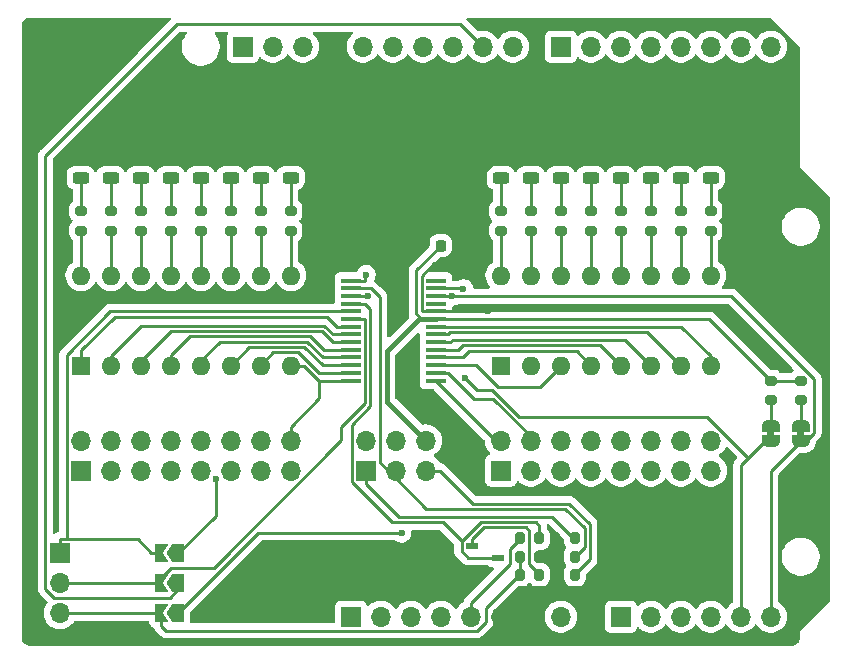
<source format=gbr>
%TF.GenerationSoftware,KiCad,Pcbnew,9.0.6*%
%TF.CreationDate,2026-01-18T16:02:07+09:00*%
%TF.ProjectId,mcp23017_testboard_arduino,6d637032-3330-4313-975f-74657374626f,rev?*%
%TF.SameCoordinates,Original*%
%TF.FileFunction,Copper,L1,Top*%
%TF.FilePolarity,Positive*%
%FSLAX46Y46*%
G04 Gerber Fmt 4.6, Leading zero omitted, Abs format (unit mm)*
G04 Created by KiCad (PCBNEW 9.0.6) date 2026-01-18 16:02:07*
%MOMM*%
%LPD*%
G01*
G04 APERTURE LIST*
G04 Aperture macros list*
%AMRoundRect*
0 Rectangle with rounded corners*
0 $1 Rounding radius*
0 $2 $3 $4 $5 $6 $7 $8 $9 X,Y pos of 4 corners*
0 Add a 4 corners polygon primitive as box body*
4,1,4,$2,$3,$4,$5,$6,$7,$8,$9,$2,$3,0*
0 Add four circle primitives for the rounded corners*
1,1,$1+$1,$2,$3*
1,1,$1+$1,$4,$5*
1,1,$1+$1,$6,$7*
1,1,$1+$1,$8,$9*
0 Add four rect primitives between the rounded corners*
20,1,$1+$1,$2,$3,$4,$5,0*
20,1,$1+$1,$4,$5,$6,$7,0*
20,1,$1+$1,$6,$7,$8,$9,0*
20,1,$1+$1,$8,$9,$2,$3,0*%
%AMFreePoly0*
4,1,23,0.500000,-0.750000,0.000000,-0.750000,0.000000,-0.745722,-0.065263,-0.745722,-0.191342,-0.711940,-0.304381,-0.646677,-0.396677,-0.554381,-0.461940,-0.441342,-0.495722,-0.315263,-0.495722,-0.250000,-0.500000,-0.250000,-0.500000,0.250000,-0.495722,0.250000,-0.495722,0.315263,-0.461940,0.441342,-0.396677,0.554381,-0.304381,0.646677,-0.191342,0.711940,-0.065263,0.745722,0.000000,0.745722,
0.000000,0.750000,0.500000,0.750000,0.500000,-0.750000,0.500000,-0.750000,$1*%
%AMFreePoly1*
4,1,23,0.000000,0.745722,0.065263,0.745722,0.191342,0.711940,0.304381,0.646677,0.396677,0.554381,0.461940,0.441342,0.495722,0.315263,0.495722,0.250000,0.500000,0.250000,0.500000,-0.250000,0.495722,-0.250000,0.495722,-0.315263,0.461940,-0.441342,0.396677,-0.554381,0.304381,-0.646677,0.191342,-0.711940,0.065263,-0.745722,0.000000,-0.745722,0.000000,-0.750000,-0.500000,-0.750000,
-0.500000,0.750000,0.000000,0.750000,0.000000,0.745722,0.000000,0.745722,$1*%
%AMFreePoly2*
4,1,6,1.000000,0.000000,0.500000,-0.750000,-0.500000,-0.750000,-0.500000,0.750000,0.500000,0.750000,1.000000,0.000000,1.000000,0.000000,$1*%
%AMFreePoly3*
4,1,6,0.500000,-0.750000,-0.650000,-0.750000,-0.150000,0.000000,-0.650000,0.750000,0.500000,0.750000,0.500000,-0.750000,0.500000,-0.750000,$1*%
G04 Aperture macros list end*
%TA.AperFunction,EtchedComponent*%
%ADD10C,0.000000*%
%TD*%
%TA.AperFunction,ComponentPad*%
%ADD11R,1.700000X1.700000*%
%TD*%
%TA.AperFunction,ComponentPad*%
%ADD12O,1.700000X1.700000*%
%TD*%
%TA.AperFunction,SMDPad,CuDef*%
%ADD13RoundRect,0.200000X-0.275000X0.200000X-0.275000X-0.200000X0.275000X-0.200000X0.275000X0.200000X0*%
%TD*%
%TA.AperFunction,ComponentPad*%
%ADD14R,1.600000X1.600000*%
%TD*%
%TA.AperFunction,ComponentPad*%
%ADD15O,1.600000X1.600000*%
%TD*%
%TA.AperFunction,SMDPad,CuDef*%
%ADD16RoundRect,0.243750X-0.456250X0.243750X-0.456250X-0.243750X0.456250X-0.243750X0.456250X0.243750X0*%
%TD*%
%TA.AperFunction,SMDPad,CuDef*%
%ADD17R,1.100000X0.600000*%
%TD*%
%TA.AperFunction,SMDPad,CuDef*%
%ADD18FreePoly0,270.000000*%
%TD*%
%TA.AperFunction,SMDPad,CuDef*%
%ADD19FreePoly1,270.000000*%
%TD*%
%TA.AperFunction,SMDPad,CuDef*%
%ADD20RoundRect,0.200000X0.275000X-0.200000X0.275000X0.200000X-0.275000X0.200000X-0.275000X-0.200000X0*%
%TD*%
%TA.AperFunction,SMDPad,CuDef*%
%ADD21FreePoly2,180.000000*%
%TD*%
%TA.AperFunction,SMDPad,CuDef*%
%ADD22FreePoly3,180.000000*%
%TD*%
%TA.AperFunction,SMDPad,CuDef*%
%ADD23RoundRect,0.200000X-0.200000X-0.275000X0.200000X-0.275000X0.200000X0.275000X-0.200000X0.275000X0*%
%TD*%
%TA.AperFunction,SMDPad,CuDef*%
%ADD24R,1.750000X0.450000*%
%TD*%
%TA.AperFunction,SMDPad,CuDef*%
%ADD25RoundRect,0.225000X0.225000X0.250000X-0.225000X0.250000X-0.225000X-0.250000X0.225000X-0.250000X0*%
%TD*%
%TA.AperFunction,ViaPad*%
%ADD26C,0.600000*%
%TD*%
%TA.AperFunction,Conductor*%
%ADD27C,0.250000*%
%TD*%
%TA.AperFunction,Conductor*%
%ADD28C,0.400000*%
%TD*%
G04 APERTURE END LIST*
D10*
%TA.AperFunction,EtchedComponent*%
%TO.C,JP2*%
G36*
X166340000Y-82180000D02*
G01*
X165740000Y-82180000D01*
X165740000Y-81680000D01*
X166340000Y-81680000D01*
X166340000Y-82180000D01*
G37*
%TD.AperFunction*%
%TA.AperFunction,EtchedComponent*%
%TO.C,JP1*%
G36*
X163800000Y-82180000D02*
G01*
X163200000Y-82180000D01*
X163200000Y-81680000D01*
X163800000Y-81680000D01*
X163800000Y-82180000D01*
G37*
%TD.AperFunction*%
%TD*%
D11*
%TO.P,J1,1,Pin_1*%
%TO.N,unconnected-(J1-Pin_1-Pad1)*%
X127940000Y-97460000D03*
D12*
%TO.P,J1,2,Pin_2*%
%TO.N,/IOREF*%
X130480000Y-97460000D03*
%TO.P,J1,3,Pin_3*%
%TO.N,/~{RESET}*%
X133020000Y-97460000D03*
%TO.P,J1,4,Pin_4*%
%TO.N,+3V3*%
X135560000Y-97460000D03*
%TO.P,J1,5,Pin_5*%
%TO.N,+5V*%
X138100000Y-97460000D03*
%TO.P,J1,6,Pin_6*%
%TO.N,GND*%
X140640000Y-97460000D03*
%TO.P,J1,7,Pin_7*%
X143180000Y-97460000D03*
%TO.P,J1,8,Pin_8*%
%TO.N,VCC*%
X145720000Y-97460000D03*
%TD*%
D11*
%TO.P,J3,1,Pin_1*%
%TO.N,/A0*%
X150800000Y-97460000D03*
D12*
%TO.P,J3,2,Pin_2*%
%TO.N,/A1*%
X153340000Y-97460000D03*
%TO.P,J3,3,Pin_3*%
%TO.N,/A2*%
X155880000Y-97460000D03*
%TO.P,J3,4,Pin_4*%
%TO.N,/A3*%
X158420000Y-97460000D03*
%TO.P,J3,5,Pin_5*%
%TO.N,/SDA*%
X160960000Y-97460000D03*
%TO.P,J3,6,Pin_6*%
%TO.N,/SCL*%
X163500000Y-97460000D03*
%TD*%
D11*
%TO.P,J2,1,Pin_1*%
%TO.N,/SCL*%
X118796000Y-49200000D03*
D12*
%TO.P,J2,2,Pin_2*%
%TO.N,/SDA*%
X121336000Y-49200000D03*
%TO.P,J2,3,Pin_3*%
%TO.N,/AREF*%
X123876000Y-49200000D03*
%TO.P,J2,4,Pin_4*%
%TO.N,GND*%
X126416000Y-49200000D03*
%TO.P,J2,5,Pin_5*%
%TO.N,/13*%
X128956000Y-49200000D03*
%TO.P,J2,6,Pin_6*%
%TO.N,/12*%
X131496000Y-49200000D03*
%TO.P,J2,7,Pin_7*%
%TO.N,/\u002A11*%
X134036000Y-49200000D03*
%TO.P,J2,8,Pin_8*%
%TO.N,/\u002A10*%
X136576000Y-49200000D03*
%TO.P,J2,9,Pin_9*%
%TO.N,/\u002A9*%
X139116000Y-49200000D03*
%TO.P,J2,10,Pin_10*%
%TO.N,/8*%
X141656000Y-49200000D03*
%TD*%
D11*
%TO.P,J4,1,Pin_1*%
%TO.N,/7*%
X145720000Y-49200000D03*
D12*
%TO.P,J4,2,Pin_2*%
%TO.N,/\u002A6*%
X148260000Y-49200000D03*
%TO.P,J4,3,Pin_3*%
%TO.N,/\u002A5*%
X150800000Y-49200000D03*
%TO.P,J4,4,Pin_4*%
%TO.N,/4*%
X153340000Y-49200000D03*
%TO.P,J4,5,Pin_5*%
%TO.N,/\u002A3*%
X155880000Y-49200000D03*
%TO.P,J4,6,Pin_6*%
%TO.N,/2*%
X158420000Y-49200000D03*
%TO.P,J4,7,Pin_7*%
%TO.N,/TX{slash}1*%
X160960000Y-49200000D03*
%TO.P,J4,8,Pin_8*%
%TO.N,/RX{slash}0*%
X163500000Y-49200000D03*
%TD*%
D13*
%TO.P,R1,1*%
%TO.N,+5V*%
X163500000Y-77470000D03*
%TO.P,R1,2*%
%TO.N,Net-(JP1-A)*%
X163500000Y-79120000D03*
%TD*%
D11*
%TO.P,J5,1,Pin_1*%
%TO.N,Net-(J5-Pin_1)*%
X129210000Y-85090000D03*
D12*
%TO.P,J5,2,Pin_2*%
%TO.N,+5V*%
X129210000Y-82550000D03*
%TO.P,J5,3,Pin_3*%
%TO.N,Net-(J5-Pin_3)*%
X131750000Y-85090000D03*
%TO.P,J5,4,Pin_4*%
%TO.N,+5V*%
X131750000Y-82550000D03*
%TO.P,J5,5,Pin_5*%
%TO.N,Net-(J5-Pin_5)*%
X134290000Y-85090000D03*
%TO.P,J5,6,Pin_6*%
%TO.N,+5V*%
X134290000Y-82550000D03*
%TD*%
D14*
%TO.P,SW1,1*%
%TO.N,Net-(J6-Pin_1)*%
X140640000Y-76200000D03*
D15*
%TO.P,SW1,2*%
%TO.N,Net-(J6-Pin_3)*%
X143180000Y-76200000D03*
%TO.P,SW1,3*%
%TO.N,Net-(J6-Pin_5)*%
X145720000Y-76200000D03*
%TO.P,SW1,4*%
%TO.N,Net-(J6-Pin_7)*%
X148260000Y-76200000D03*
%TO.P,SW1,5*%
%TO.N,Net-(J6-Pin_10)*%
X150800000Y-76200000D03*
%TO.P,SW1,6*%
%TO.N,Net-(J6-Pin_11)*%
X153340000Y-76200000D03*
%TO.P,SW1,7*%
%TO.N,Net-(J6-Pin_13)*%
X155880000Y-76200000D03*
%TO.P,SW1,8*%
%TO.N,Net-(J6-Pin_15)*%
X158420000Y-76200000D03*
%TO.P,SW1,9*%
%TO.N,Net-(R13-Pad1)*%
X158420000Y-68580000D03*
%TO.P,SW1,10*%
%TO.N,Net-(R12-Pad1)*%
X155880000Y-68580000D03*
%TO.P,SW1,11*%
%TO.N,Net-(R11-Pad1)*%
X153340000Y-68580000D03*
%TO.P,SW1,12*%
%TO.N,Net-(R10-Pad1)*%
X150800000Y-68580000D03*
%TO.P,SW1,13*%
%TO.N,Net-(R9-Pad1)*%
X148260000Y-68580000D03*
%TO.P,SW1,14*%
%TO.N,Net-(R8-Pad1)*%
X145720000Y-68580000D03*
%TO.P,SW1,15*%
%TO.N,Net-(R7-Pad1)*%
X143180000Y-68580000D03*
%TO.P,SW1,16*%
%TO.N,Net-(R6-Pad1)*%
X140640000Y-68580000D03*
%TD*%
D16*
%TO.P,D16,1,K*%
%TO.N,GND*%
X122860000Y-58420000D03*
%TO.P,D16,2,A*%
%TO.N,Net-(D16-A)*%
X122860000Y-60295000D03*
%TD*%
D17*
%TO.P,Q1,1*%
%TO.N,Net-(Q1-Pad1)*%
X138207000Y-91506000D03*
%TO.P,Q1,2*%
%TO.N,GND*%
X138207000Y-93406000D03*
%TO.P,Q1,3*%
%TO.N,/RESET*%
X140407000Y-92456000D03*
%TD*%
D18*
%TO.P,JP2,1,A*%
%TO.N,Net-(JP2-A)*%
X166040000Y-81280000D03*
D19*
%TO.P,JP2,2,B*%
%TO.N,/SCL*%
X166040000Y-82580000D03*
%TD*%
D16*
%TO.P,D5,1,K*%
%TO.N,GND*%
X150800000Y-58420000D03*
%TO.P,D5,2,A*%
%TO.N,Net-(D5-A)*%
X150800000Y-60295000D03*
%TD*%
D20*
%TO.P,R11,1*%
%TO.N,Net-(R11-Pad1)*%
X153325000Y-64770000D03*
%TO.P,R11,2*%
%TO.N,Net-(D6-A)*%
X153325000Y-63120000D03*
%TD*%
D18*
%TO.P,JP1,1,A*%
%TO.N,Net-(JP1-A)*%
X163500000Y-81280000D03*
D19*
%TO.P,JP1,2,B*%
%TO.N,/SDA*%
X163500000Y-82580000D03*
%TD*%
D20*
%TO.P,R8,1*%
%TO.N,Net-(R8-Pad1)*%
X145705000Y-64770000D03*
%TO.P,R8,2*%
%TO.N,Net-(D3-A)*%
X145705000Y-63120000D03*
%TD*%
D16*
%TO.P,D8,1,K*%
%TO.N,GND*%
X158420000Y-58420000D03*
%TO.P,D8,2,A*%
%TO.N,Net-(D8-A)*%
X158420000Y-60295000D03*
%TD*%
D20*
%TO.P,R15,1*%
%TO.N,Net-(R15-Pad1)*%
X107620000Y-64770000D03*
%TO.P,R15,2*%
%TO.N,Net-(D10-A)*%
X107620000Y-63120000D03*
%TD*%
D16*
%TO.P,D1,1,K*%
%TO.N,GND*%
X140640000Y-58420000D03*
%TO.P,D1,2,A*%
%TO.N,Net-(D1-A)*%
X140640000Y-60295000D03*
%TD*%
D20*
%TO.P,R7,1*%
%TO.N,Net-(R7-Pad1)*%
X143165000Y-64770000D03*
%TO.P,R7,2*%
%TO.N,Net-(D2-A)*%
X143165000Y-63120000D03*
%TD*%
D21*
%TO.P,JP7,1,A*%
%TO.N,/\u002A9*%
X113335000Y-94615000D03*
D22*
%TO.P,JP7,2,B*%
%TO.N,/INTB*%
X111885000Y-94615000D03*
%TD*%
D16*
%TO.P,D13,1,K*%
%TO.N,GND*%
X115240000Y-58420000D03*
%TO.P,D13,2,A*%
%TO.N,Net-(D13-A)*%
X115240000Y-60295000D03*
%TD*%
%TO.P,D7,1,K*%
%TO.N,GND*%
X155880000Y-58420000D03*
%TO.P,D7,2,A*%
%TO.N,Net-(D7-A)*%
X155880000Y-60295000D03*
%TD*%
%TO.P,D3,1,K*%
%TO.N,GND*%
X145720000Y-58420000D03*
%TO.P,D3,2,A*%
%TO.N,Net-(D3-A)*%
X145720000Y-60295000D03*
%TD*%
D23*
%TO.P,R4,1*%
%TO.N,GND*%
X145262800Y-92379800D03*
%TO.P,R4,2*%
%TO.N,Net-(J5-Pin_3)*%
X146912800Y-92379800D03*
%TD*%
%TO.P,R23,1*%
%TO.N,/EX_RESET*%
X142241200Y-92379800D03*
%TO.P,R23,2*%
%TO.N,GND*%
X143891200Y-92379800D03*
%TD*%
D16*
%TO.P,D11,1,K*%
%TO.N,GND*%
X110160000Y-58420000D03*
%TO.P,D11,2,A*%
%TO.N,Net-(D11-A)*%
X110160000Y-60295000D03*
%TD*%
D20*
%TO.P,R6,1*%
%TO.N,Net-(R6-Pad1)*%
X140625000Y-64770000D03*
%TO.P,R6,2*%
%TO.N,Net-(D1-A)*%
X140625000Y-63120000D03*
%TD*%
D11*
%TO.P,J8,1,Pin_1*%
%TO.N,/INTA*%
X103302000Y-92090000D03*
D12*
%TO.P,J8,2,Pin_2*%
%TO.N,/INTB*%
X103302000Y-94630000D03*
%TO.P,J8,3,Pin_3*%
%TO.N,/EX_RESET*%
X103302000Y-97170000D03*
%TD*%
D23*
%TO.P,R22,1*%
%TO.N,+5V*%
X142239200Y-90830400D03*
%TO.P,R22,2*%
%TO.N,/RESET*%
X143889200Y-90830400D03*
%TD*%
D20*
%TO.P,R21,1*%
%TO.N,Net-(R21-Pad1)*%
X122860000Y-64770000D03*
%TO.P,R21,2*%
%TO.N,Net-(D16-A)*%
X122860000Y-63120000D03*
%TD*%
%TO.P,R19,1*%
%TO.N,Net-(R19-Pad1)*%
X117780000Y-64770000D03*
%TO.P,R19,2*%
%TO.N,Net-(D14-A)*%
X117780000Y-63120000D03*
%TD*%
D13*
%TO.P,R2,1*%
%TO.N,+5V*%
X166040000Y-77470000D03*
%TO.P,R2,2*%
%TO.N,Net-(JP2-A)*%
X166040000Y-79120000D03*
%TD*%
D20*
%TO.P,R10,1*%
%TO.N,Net-(R10-Pad1)*%
X150785000Y-64770000D03*
%TO.P,R10,2*%
%TO.N,Net-(D5-A)*%
X150785000Y-63120000D03*
%TD*%
D21*
%TO.P,JP8,1,A*%
%TO.N,/8*%
X113335000Y-97155000D03*
D22*
%TO.P,JP8,2,B*%
%TO.N,/EX_RESET*%
X111885000Y-97155000D03*
%TD*%
D23*
%TO.P,R24,1*%
%TO.N,/EX_RESET*%
X142241200Y-93903800D03*
%TO.P,R24,2*%
%TO.N,Net-(Q1-Pad1)*%
X143891200Y-93903800D03*
%TD*%
D20*
%TO.P,R17,1*%
%TO.N,Net-(R17-Pad1)*%
X112700000Y-64770000D03*
%TO.P,R17,2*%
%TO.N,Net-(D12-A)*%
X112700000Y-63120000D03*
%TD*%
%TO.P,R16,1*%
%TO.N,Net-(R16-Pad1)*%
X110160000Y-64770000D03*
%TO.P,R16,2*%
%TO.N,Net-(D11-A)*%
X110160000Y-63120000D03*
%TD*%
D16*
%TO.P,D10,1,K*%
%TO.N,GND*%
X107620000Y-58420000D03*
%TO.P,D10,2,A*%
%TO.N,Net-(D10-A)*%
X107620000Y-60295000D03*
%TD*%
%TO.P,D15,1,K*%
%TO.N,GND*%
X120320000Y-58420000D03*
%TO.P,D15,2,A*%
%TO.N,Net-(D15-A)*%
X120320000Y-60295000D03*
%TD*%
D20*
%TO.P,R20,1*%
%TO.N,Net-(R20-Pad1)*%
X120320000Y-64770000D03*
%TO.P,R20,2*%
%TO.N,Net-(D15-A)*%
X120320000Y-63120000D03*
%TD*%
%TO.P,R18,1*%
%TO.N,Net-(R18-Pad1)*%
X115240000Y-64770000D03*
%TO.P,R18,2*%
%TO.N,Net-(D13-A)*%
X115240000Y-63120000D03*
%TD*%
D16*
%TO.P,D14,1,K*%
%TO.N,GND*%
X117780000Y-58420000D03*
%TO.P,D14,2,A*%
%TO.N,Net-(D14-A)*%
X117780000Y-60295000D03*
%TD*%
%TO.P,D4,1,K*%
%TO.N,GND*%
X148260000Y-58420000D03*
%TO.P,D4,2,A*%
%TO.N,Net-(D4-A)*%
X148260000Y-60295000D03*
%TD*%
D11*
%TO.P,J7,1,Pin_1*%
%TO.N,Net-(J7-Pin_1)*%
X105080000Y-85090000D03*
D12*
%TO.P,J7,2,Pin_2*%
X105080000Y-82550000D03*
%TO.P,J7,3,Pin_3*%
%TO.N,Net-(J7-Pin_3)*%
X107620000Y-85090000D03*
%TO.P,J7,4,Pin_4*%
X107620000Y-82550000D03*
%TO.P,J7,5,Pin_5*%
%TO.N,Net-(J7-Pin_5)*%
X110160000Y-85090000D03*
%TO.P,J7,6,Pin_6*%
X110160000Y-82550000D03*
%TO.P,J7,7,Pin_7*%
%TO.N,Net-(J7-Pin_7)*%
X112700000Y-85090000D03*
%TO.P,J7,8,Pin_8*%
X112700000Y-82550000D03*
%TO.P,J7,9,Pin_9*%
%TO.N,Net-(J7-Pin_10)*%
X115240000Y-85090000D03*
%TO.P,J7,10,Pin_10*%
X115240000Y-82550000D03*
%TO.P,J7,11,Pin_11*%
%TO.N,Net-(J7-Pin_11)*%
X117780000Y-85090000D03*
%TO.P,J7,12,Pin_12*%
X117780000Y-82550000D03*
%TO.P,J7,13,Pin_13*%
%TO.N,Net-(J7-Pin_13)*%
X120320000Y-85090000D03*
%TO.P,J7,14,Pin_14*%
X120320000Y-82550000D03*
%TO.P,J7,15,Pin_15*%
%TO.N,Net-(J7-Pin_15)*%
X122860000Y-85090000D03*
%TO.P,J7,16,Pin_16*%
X122860000Y-82550000D03*
%TD*%
D21*
%TO.P,JP6,1,A*%
%TO.N,/\u002A10*%
X113335000Y-92075000D03*
D22*
%TO.P,JP6,2,B*%
%TO.N,/INTA*%
X111885000Y-92075000D03*
%TD*%
D11*
%TO.P,J6,1,Pin_1*%
%TO.N,Net-(J6-Pin_1)*%
X140640000Y-85090000D03*
D12*
%TO.P,J6,2,Pin_2*%
X140640000Y-82550000D03*
%TO.P,J6,3,Pin_3*%
%TO.N,Net-(J6-Pin_3)*%
X143180000Y-85090000D03*
%TO.P,J6,4,Pin_4*%
X143180000Y-82550000D03*
%TO.P,J6,5,Pin_5*%
%TO.N,Net-(J6-Pin_5)*%
X145720000Y-85090000D03*
%TO.P,J6,6,Pin_6*%
X145720000Y-82550000D03*
%TO.P,J6,7,Pin_7*%
%TO.N,Net-(J6-Pin_7)*%
X148260000Y-85090000D03*
%TO.P,J6,8,Pin_8*%
X148260000Y-82550000D03*
%TO.P,J6,9,Pin_9*%
%TO.N,Net-(J6-Pin_10)*%
X150800000Y-85090000D03*
%TO.P,J6,10,Pin_10*%
X150800000Y-82550000D03*
%TO.P,J6,11,Pin_11*%
%TO.N,Net-(J6-Pin_11)*%
X153340000Y-85090000D03*
%TO.P,J6,12,Pin_12*%
X153340000Y-82550000D03*
%TO.P,J6,13,Pin_13*%
%TO.N,Net-(J6-Pin_13)*%
X155880000Y-85090000D03*
%TO.P,J6,14,Pin_14*%
X155880000Y-82550000D03*
%TO.P,J6,15,Pin_15*%
%TO.N,Net-(J6-Pin_15)*%
X158420000Y-85090000D03*
%TO.P,J6,16,Pin_16*%
X158420000Y-82550000D03*
%TD*%
D20*
%TO.P,R9,1*%
%TO.N,Net-(R9-Pad1)*%
X148245000Y-64770000D03*
%TO.P,R9,2*%
%TO.N,Net-(D4-A)*%
X148245000Y-63120000D03*
%TD*%
D23*
%TO.P,R3,1*%
%TO.N,GND*%
X145262800Y-90830400D03*
%TO.P,R3,2*%
%TO.N,Net-(J5-Pin_1)*%
X146912800Y-90830400D03*
%TD*%
D16*
%TO.P,D2,1,K*%
%TO.N,GND*%
X143180000Y-58420000D03*
%TO.P,D2,2,A*%
%TO.N,Net-(D2-A)*%
X143180000Y-60295000D03*
%TD*%
D23*
%TO.P,R5,1*%
%TO.N,GND*%
X145262800Y-93903800D03*
%TO.P,R5,2*%
%TO.N,Net-(J5-Pin_5)*%
X146912800Y-93903800D03*
%TD*%
D16*
%TO.P,D9,1,K*%
%TO.N,GND*%
X105080000Y-58420000D03*
%TO.P,D9,2,A*%
%TO.N,Net-(D9-A)*%
X105080000Y-60295000D03*
%TD*%
%TO.P,D12,1,K*%
%TO.N,GND*%
X112700000Y-58420000D03*
%TO.P,D12,2,A*%
%TO.N,Net-(D12-A)*%
X112700000Y-60295000D03*
%TD*%
D14*
%TO.P,SW2,1*%
%TO.N,Net-(J7-Pin_1)*%
X105080000Y-76200000D03*
D15*
%TO.P,SW2,2*%
%TO.N,Net-(J7-Pin_3)*%
X107620000Y-76200000D03*
%TO.P,SW2,3*%
%TO.N,Net-(J7-Pin_5)*%
X110160000Y-76200000D03*
%TO.P,SW2,4*%
%TO.N,Net-(J7-Pin_7)*%
X112700000Y-76200000D03*
%TO.P,SW2,5*%
%TO.N,Net-(J7-Pin_10)*%
X115240000Y-76200000D03*
%TO.P,SW2,6*%
%TO.N,Net-(J7-Pin_11)*%
X117780000Y-76200000D03*
%TO.P,SW2,7*%
%TO.N,Net-(J7-Pin_13)*%
X120320000Y-76200000D03*
%TO.P,SW2,8*%
%TO.N,Net-(J7-Pin_15)*%
X122860000Y-76200000D03*
%TO.P,SW2,9*%
%TO.N,Net-(R21-Pad1)*%
X122860000Y-68580000D03*
%TO.P,SW2,10*%
%TO.N,Net-(R20-Pad1)*%
X120320000Y-68580000D03*
%TO.P,SW2,11*%
%TO.N,Net-(R19-Pad1)*%
X117780000Y-68580000D03*
%TO.P,SW2,12*%
%TO.N,Net-(R18-Pad1)*%
X115240000Y-68580000D03*
%TO.P,SW2,13*%
%TO.N,Net-(R17-Pad1)*%
X112700000Y-68580000D03*
%TO.P,SW2,14*%
%TO.N,Net-(R16-Pad1)*%
X110160000Y-68580000D03*
%TO.P,SW2,15*%
%TO.N,Net-(R15-Pad1)*%
X107620000Y-68580000D03*
%TO.P,SW2,16*%
%TO.N,Net-(R14-Pad1)*%
X105080000Y-68580000D03*
%TD*%
D20*
%TO.P,R14,1*%
%TO.N,Net-(R14-Pad1)*%
X105080000Y-64770000D03*
%TO.P,R14,2*%
%TO.N,Net-(D9-A)*%
X105080000Y-63120000D03*
%TD*%
%TO.P,R12,1*%
%TO.N,Net-(R12-Pad1)*%
X155865000Y-64770000D03*
%TO.P,R12,2*%
%TO.N,Net-(D7-A)*%
X155865000Y-63120000D03*
%TD*%
%TO.P,R13,1*%
%TO.N,Net-(R13-Pad1)*%
X158405000Y-64770000D03*
%TO.P,R13,2*%
%TO.N,Net-(D8-A)*%
X158405000Y-63120000D03*
%TD*%
D16*
%TO.P,D6,1,K*%
%TO.N,GND*%
X153340000Y-58420000D03*
%TO.P,D6,2,A*%
%TO.N,Net-(D6-A)*%
X153340000Y-60295000D03*
%TD*%
D24*
%TO.P,U1,1,GPB0*%
%TO.N,Net-(J6-Pin_1)*%
X135140000Y-77470000D03*
%TO.P,U1,2,GPB1*%
%TO.N,Net-(J6-Pin_3)*%
X135140000Y-76820000D03*
%TO.P,U1,3,GPB2*%
%TO.N,Net-(J6-Pin_5)*%
X135140000Y-76170000D03*
%TO.P,U1,4,GPB3*%
%TO.N,Net-(J6-Pin_7)*%
X135140000Y-75520000D03*
%TO.P,U1,5,GPB4*%
%TO.N,Net-(J6-Pin_10)*%
X135140000Y-74870000D03*
%TO.P,U1,6,GPB5*%
%TO.N,Net-(J6-Pin_11)*%
X135140000Y-74220000D03*
%TO.P,U1,7,GPB6*%
%TO.N,Net-(J6-Pin_13)*%
X135140000Y-73570000D03*
%TO.P,U1,8,GPB7*%
%TO.N,Net-(J6-Pin_15)*%
X135140000Y-72920000D03*
%TO.P,U1,9,VDD*%
%TO.N,+5V*%
X135140000Y-72270000D03*
%TO.P,U1,10,VSS*%
%TO.N,GND*%
X135140000Y-71620000D03*
%TO.P,U1,11,NC*%
%TO.N,unconnected-(U1-NC-Pad11)*%
X135140000Y-70970000D03*
%TO.P,U1,12,SCK*%
%TO.N,/SCL*%
X135140000Y-70320000D03*
%TO.P,U1,13,SDA*%
%TO.N,/SDA*%
X135140000Y-69670000D03*
%TO.P,U1,14,NC*%
%TO.N,unconnected-(U1-NC-Pad14)*%
X135140000Y-69020000D03*
%TO.P,U1,15,A0*%
%TO.N,Net-(J5-Pin_1)*%
X127940000Y-69020000D03*
%TO.P,U1,16,A1*%
%TO.N,Net-(J5-Pin_3)*%
X127940000Y-69670000D03*
%TO.P,U1,17,A2*%
%TO.N,Net-(J5-Pin_5)*%
X127940000Y-70320000D03*
%TO.P,U1,18,~{RESET}*%
%TO.N,/RESET*%
X127940000Y-70970000D03*
%TO.P,U1,19,INTB*%
%TO.N,/INTA*%
X127940000Y-71620000D03*
%TO.P,U1,20,INTA*%
%TO.N,/INTB*%
X127940000Y-72270000D03*
%TO.P,U1,21,GPA0*%
%TO.N,Net-(J7-Pin_1)*%
X127940000Y-72920000D03*
%TO.P,U1,22,GPA1*%
%TO.N,Net-(J7-Pin_3)*%
X127940000Y-73570000D03*
%TO.P,U1,23,GPA2*%
%TO.N,Net-(J7-Pin_5)*%
X127940000Y-74220000D03*
%TO.P,U1,24,GPA3*%
%TO.N,Net-(J7-Pin_7)*%
X127940000Y-74870000D03*
%TO.P,U1,25,GPA4*%
%TO.N,Net-(J7-Pin_10)*%
X127940000Y-75520000D03*
%TO.P,U1,26,GPA5*%
%TO.N,Net-(J7-Pin_11)*%
X127940000Y-76170000D03*
%TO.P,U1,27,GPA6*%
%TO.N,Net-(J7-Pin_13)*%
X127940000Y-76820000D03*
%TO.P,U1,28,GPA7*%
%TO.N,Net-(J7-Pin_15)*%
X127940000Y-77470000D03*
%TD*%
D25*
%TO.P,C1,1*%
%TO.N,GND*%
X137110000Y-66040000D03*
%TO.P,C1,2*%
%TO.N,+5V*%
X135560000Y-66040000D03*
%TD*%
D26*
%TO.N,GND*%
X139435100Y-93416200D03*
X139524400Y-71620000D03*
%TO.N,/8*%
X132253100Y-90378400D03*
%TO.N,/\u002A10*%
X116510000Y-85815500D03*
%TO.N,Net-(J5-Pin_1)*%
X129225200Y-68497500D03*
%TO.N,Net-(J5-Pin_5)*%
X129351000Y-70320000D03*
%TO.N,/SDA*%
X137470450Y-69695500D03*
X137592000Y-77216000D03*
%TO.N,/SCL*%
X136543500Y-70320000D03*
%TD*%
D27*
%TO.N,GND*%
X134539900Y-71620000D02*
X135140000Y-71620000D01*
X155880000Y-58420000D02*
X153340000Y-58420000D01*
X155880000Y-58420000D02*
X158420000Y-58420000D01*
X134539900Y-71620000D02*
X133939700Y-71620000D01*
X110160000Y-58420000D02*
X112700000Y-58420000D01*
X120320000Y-58420000D02*
X117780000Y-58420000D01*
X139435100Y-93416200D02*
X139092500Y-93416200D01*
X138207000Y-93406000D02*
X139082300Y-93406000D01*
X130674100Y-55514100D02*
X126416000Y-55514100D01*
X134976100Y-67559900D02*
X135590100Y-67559900D01*
X125765900Y-55514100D02*
X122860000Y-58420000D01*
X137110000Y-61950000D02*
X140640000Y-58420000D01*
X145277000Y-92379800D02*
X145277000Y-92405200D01*
X145720000Y-58420000D02*
X148260000Y-58420000D01*
X153340000Y-58420000D02*
X150800000Y-58420000D01*
X143180000Y-96284700D02*
X145277000Y-94187700D01*
X135590100Y-67559900D02*
X137110000Y-66040000D01*
X145277000Y-90932000D02*
X145277000Y-92379800D01*
X120320000Y-58420000D02*
X122860000Y-58420000D01*
X112700000Y-58420000D02*
X115240000Y-58420000D01*
X150800000Y-58420000D02*
X148260000Y-58420000D01*
X135140000Y-71620000D02*
X139524400Y-71620000D01*
X133939700Y-71620000D02*
X133939700Y-68596300D01*
X117780000Y-58420000D02*
X115240000Y-58420000D01*
X145277000Y-94187700D02*
X145277000Y-93853000D01*
X140640000Y-58420000D02*
X143180000Y-58420000D01*
X145277000Y-93853000D02*
X145277000Y-92405200D01*
X143180000Y-97460000D02*
X143180000Y-96284700D01*
X143180000Y-58420000D02*
X145720000Y-58420000D01*
X137110000Y-61950000D02*
X130674100Y-55514100D01*
X126416000Y-49200000D02*
X126416000Y-55514100D01*
X133939700Y-68596300D02*
X134976100Y-67559900D01*
X137110000Y-66040000D02*
X137110000Y-61950000D01*
X105080000Y-58420000D02*
X107620000Y-58420000D01*
X145277000Y-92379800D02*
X143878000Y-92379800D01*
X107620000Y-58420000D02*
X110160000Y-58420000D01*
X139092500Y-93416200D02*
X139082300Y-93406000D01*
X126416000Y-55514100D02*
X125765900Y-55514100D01*
%TO.N,+5V*%
X133489300Y-68110700D02*
X133489300Y-71819700D01*
D28*
X131000000Y-79260000D02*
X134290000Y-82550000D01*
D27*
X135140000Y-72270000D02*
X136340300Y-72270000D01*
X158300000Y-72270000D02*
X136340300Y-72270000D01*
X163500000Y-77470000D02*
X158300000Y-72270000D01*
X138100000Y-97460000D02*
X138100000Y-96284700D01*
X166040000Y-77470000D02*
X163500000Y-77470000D01*
D28*
X131000000Y-75000000D02*
X131000000Y-79260000D01*
D27*
X133489300Y-71819700D02*
X133939600Y-72270000D01*
X138100000Y-96284700D02*
X141404400Y-92980300D01*
D28*
X135140000Y-72270000D02*
X133939600Y-72270000D01*
D27*
X141404400Y-91745400D02*
X142228000Y-90921800D01*
D28*
X133730000Y-72270000D02*
X131000000Y-75000000D01*
D27*
X135560000Y-66040000D02*
X133489300Y-68110700D01*
X141404400Y-92980300D02*
X141404400Y-91745400D01*
D28*
X133939600Y-72270000D02*
X133730000Y-72270000D01*
D27*
%TO.N,/8*%
X132253100Y-90378400D02*
X120111600Y-90378400D01*
X120111600Y-90378400D02*
X113335000Y-97155000D01*
%TO.N,/\u002A10*%
X116510000Y-88900000D02*
X113335000Y-92075000D01*
X116510000Y-85815500D02*
X116510000Y-88900000D01*
%TO.N,/\u002A9*%
X102075300Y-95114200D02*
X102801800Y-95840700D01*
X113205200Y-47294800D02*
X102075300Y-58424700D01*
X112615800Y-95840700D02*
X113335000Y-95121500D01*
X113335000Y-95121500D02*
X113335000Y-94615000D01*
X102801800Y-95840700D02*
X112615800Y-95840700D01*
X102075300Y-58424700D02*
X102075300Y-95114200D01*
X139116000Y-49200000D02*
X137210800Y-47294800D01*
X137210800Y-47294800D02*
X113205200Y-47294800D01*
%TO.N,Net-(D1-A)*%
X140640000Y-60295000D02*
X140640000Y-63105000D01*
X140640000Y-63105000D02*
X140625000Y-63120000D01*
%TO.N,Net-(D2-A)*%
X143180000Y-63105000D02*
X143180000Y-60295000D01*
X143165000Y-63120000D02*
X143180000Y-63105000D01*
%TO.N,Net-(D3-A)*%
X145720000Y-63105000D02*
X145720000Y-60295000D01*
X145705000Y-63120000D02*
X145720000Y-63105000D01*
%TO.N,Net-(D4-A)*%
X148260000Y-63105000D02*
X148260000Y-60295000D01*
X148245000Y-63120000D02*
X148260000Y-63105000D01*
%TO.N,Net-(D5-A)*%
X150800000Y-63105000D02*
X150800000Y-60295000D01*
X150785000Y-63120000D02*
X150800000Y-63105000D01*
%TO.N,Net-(D6-A)*%
X153340000Y-60295000D02*
X153340000Y-63105000D01*
X153340000Y-63105000D02*
X153325000Y-63120000D01*
%TO.N,Net-(D7-A)*%
X155880000Y-63105000D02*
X155865000Y-63120000D01*
X155880000Y-60295000D02*
X155880000Y-63105000D01*
%TO.N,Net-(D8-A)*%
X158420000Y-63105000D02*
X158405000Y-63120000D01*
X158420000Y-60295000D02*
X158420000Y-63105000D01*
%TO.N,Net-(D9-A)*%
X105080000Y-60295000D02*
X105080000Y-63120000D01*
%TO.N,Net-(D10-A)*%
X107620000Y-60295000D02*
X107620000Y-63120000D01*
%TO.N,Net-(D11-A)*%
X110160000Y-60295000D02*
X110160000Y-63120000D01*
%TO.N,Net-(D12-A)*%
X112700000Y-60295000D02*
X112700000Y-63120000D01*
%TO.N,Net-(D13-A)*%
X115240000Y-63120000D02*
X115240000Y-60295000D01*
%TO.N,Net-(D14-A)*%
X117780000Y-60295000D02*
X117780000Y-63120000D01*
%TO.N,Net-(D15-A)*%
X120320000Y-60295000D02*
X120320000Y-63120000D01*
%TO.N,Net-(D16-A)*%
X122860000Y-60295000D02*
X122860000Y-63120000D01*
%TO.N,Net-(J5-Pin_1)*%
X129140300Y-68582400D02*
X129140300Y-69020000D01*
X127940000Y-69020000D02*
X129140300Y-69020000D01*
X132000000Y-89000000D02*
X144995000Y-89000000D01*
X129210000Y-85090000D02*
X129210000Y-86210000D01*
X129225200Y-68497500D02*
X129140300Y-68582400D01*
X144995000Y-89000000D02*
X146927000Y-90932000D01*
X129210000Y-86210000D02*
X132000000Y-89000000D01*
%TO.N,Net-(J5-Pin_3)*%
X147733100Y-91599100D02*
X146927000Y-92405200D01*
X130385300Y-84385300D02*
X131090000Y-85090000D01*
X147733100Y-89973300D02*
X147733100Y-91599100D01*
X146096200Y-88336400D02*
X147733100Y-89973300D01*
X130385300Y-70380600D02*
X130385300Y-84385300D01*
X134336400Y-88336400D02*
X146096200Y-88336400D01*
X127940000Y-69670000D02*
X129674700Y-69670000D01*
X129674700Y-69670000D02*
X130385300Y-70380600D01*
X131750000Y-85090000D02*
X131750000Y-85750000D01*
X131750000Y-85750000D02*
X134336400Y-88336400D01*
X131090000Y-85090000D02*
X131750000Y-85090000D01*
%TO.N,Net-(J5-Pin_5)*%
X148183100Y-92596900D02*
X146927000Y-93853000D01*
X148183100Y-89635900D02*
X148183100Y-92596900D01*
X146433600Y-87886400D02*
X148183100Y-89635900D01*
X134290000Y-85090000D02*
X135465300Y-85090000D01*
X138261700Y-87886400D02*
X146433600Y-87886400D01*
X127940000Y-70320000D02*
X129351000Y-70320000D01*
X135465300Y-85090000D02*
X138261700Y-87886400D01*
%TO.N,Net-(J6-Pin_1)*%
X140220000Y-82550000D02*
X135140000Y-77470000D01*
X140640000Y-82550000D02*
X140220000Y-82550000D01*
%TO.N,Net-(J6-Pin_3)*%
X143180000Y-82550000D02*
X143180000Y-82180000D01*
X143180000Y-82180000D02*
X140000000Y-79000000D01*
X140000000Y-79000000D02*
X138360000Y-79000000D01*
X136180000Y-76820000D02*
X135140000Y-76820000D01*
X138360000Y-79000000D02*
X136180000Y-76820000D01*
%TO.N,Net-(J6-Pin_5)*%
X138549900Y-76170000D02*
X135140000Y-76170000D01*
X143920000Y-78000000D02*
X140379900Y-78000000D01*
X140379900Y-78000000D02*
X138549900Y-76170000D01*
X145720000Y-76200000D02*
X143920000Y-78000000D01*
%TO.N,Net-(J6-Pin_7)*%
X137957500Y-75000000D02*
X137437500Y-75520000D01*
X137437500Y-75520000D02*
X135140000Y-75520000D01*
X147060000Y-75000000D02*
X137957500Y-75000000D01*
X148260000Y-76200000D02*
X147060000Y-75000000D01*
%TO.N,Net-(J6-Pin_10)*%
X150800000Y-76200000D02*
X149050000Y-74450000D01*
X137425000Y-74450000D02*
X137005000Y-74870000D01*
X149050000Y-74450000D02*
X137425000Y-74450000D01*
X137005000Y-74870000D02*
X135140000Y-74870000D01*
%TO.N,Net-(J6-Pin_11)*%
X136560300Y-74000000D02*
X136340300Y-74220000D01*
X153340000Y-76200000D02*
X151140000Y-74000000D01*
X151140000Y-74000000D02*
X136560300Y-74000000D01*
X136340300Y-74220000D02*
X135140000Y-74220000D01*
%TO.N,Net-(J6-Pin_13)*%
X153050000Y-73370000D02*
X136340000Y-73370000D01*
X155880000Y-76200000D02*
X153050000Y-73370000D01*
X136340000Y-73370000D02*
X136140000Y-73570000D01*
X136140000Y-73570000D02*
X135140000Y-73570000D01*
%TO.N,Net-(J6-Pin_15)*%
X158420000Y-75420000D02*
X155920000Y-72920000D01*
X155920000Y-72920000D02*
X135140000Y-72920000D01*
X158420000Y-76200000D02*
X158420000Y-75420000D01*
%TO.N,Net-(J7-Pin_1)*%
X105080000Y-76200000D02*
X105080000Y-74920000D01*
X107930000Y-72070000D02*
X125889700Y-72070000D01*
X125889700Y-72070000D02*
X126739700Y-72920000D01*
X105080000Y-74920000D02*
X107930000Y-72070000D01*
X126739700Y-72920000D02*
X127940000Y-72920000D01*
%TO.N,Net-(J7-Pin_3)*%
X126455300Y-73570000D02*
X127940000Y-73570000D01*
X125705800Y-72820500D02*
X126455300Y-73570000D01*
X107620000Y-76200000D02*
X107620000Y-75380000D01*
X107620000Y-75380000D02*
X110179500Y-72820500D01*
X110179500Y-72820500D02*
X125705800Y-72820500D01*
%TO.N,Net-(J7-Pin_5)*%
X112729500Y-73270500D02*
X113930300Y-73270500D01*
X110160000Y-76200000D02*
X110160000Y-75840000D01*
X110160000Y-75840000D02*
X112729500Y-73270500D01*
X113931900Y-73272100D02*
X125520500Y-73272100D01*
X125520500Y-73272100D02*
X126468400Y-74220000D01*
X126468400Y-74220000D02*
X127940000Y-74220000D01*
X113930300Y-73270500D02*
X113931900Y-73272100D01*
%TO.N,Net-(J7-Pin_7)*%
X114277900Y-73722100D02*
X116021100Y-73722100D01*
X124477400Y-73722500D02*
X125624900Y-74870000D01*
X116021100Y-73722100D02*
X116021500Y-73722500D01*
X125624900Y-74870000D02*
X127940000Y-74870000D01*
X116021500Y-73722500D02*
X124477400Y-73722500D01*
X112700000Y-75300000D02*
X114277900Y-73722100D01*
X112700000Y-76200000D02*
X112700000Y-75300000D01*
%TO.N,Net-(J7-Pin_10)*%
X116827500Y-74172500D02*
X118110700Y-74172500D01*
X115240000Y-76200000D02*
X115240000Y-75760000D01*
X118111100Y-74172900D02*
X124216700Y-74172900D01*
X124216700Y-74172900D02*
X125563800Y-75520000D01*
X118110700Y-74172500D02*
X118111100Y-74172900D01*
X115240000Y-75760000D02*
X116827500Y-74172500D01*
X125563800Y-75520000D02*
X127940000Y-75520000D01*
%TO.N,Net-(J7-Pin_11)*%
X125557600Y-76170000D02*
X127940000Y-76170000D01*
X119357100Y-74622900D02*
X124010500Y-74622900D01*
X124010500Y-74622900D02*
X125557600Y-76170000D01*
X117780000Y-76200000D02*
X119357100Y-74622900D01*
%TO.N,Net-(J7-Pin_13)*%
X121372400Y-75072900D02*
X122289500Y-75072900D01*
X120320000Y-76200000D02*
X120320000Y-76125300D01*
X123498200Y-75073700D02*
X125244500Y-76820000D01*
X122290300Y-75073700D02*
X123498200Y-75073700D01*
X120320000Y-76125300D02*
X121372400Y-75072900D01*
X125244500Y-76820000D02*
X127940000Y-76820000D01*
X122289500Y-75072900D02*
X122290300Y-75073700D01*
%TO.N,Net-(J7-Pin_15)*%
X122860000Y-76200000D02*
X123985300Y-76200000D01*
X123985300Y-76200000D02*
X125255300Y-77470000D01*
X122860000Y-81374700D02*
X125255300Y-78979400D01*
X125255300Y-77470000D02*
X127940000Y-77470000D01*
X122860000Y-82550000D02*
X122860000Y-81374700D01*
X125255300Y-78979400D02*
X125255300Y-77470000D01*
%TO.N,Net-(JP1-A)*%
X163500000Y-81280000D02*
X163500000Y-79120000D01*
%TO.N,/SDA*%
X163024500Y-82580000D02*
X163500000Y-82580000D01*
X137444950Y-69670000D02*
X137470450Y-69695500D01*
X158123900Y-80518000D02*
X161605200Y-83999300D01*
X160960000Y-84644500D02*
X161605200Y-83999300D01*
X137592000Y-77216000D02*
X138608000Y-78232000D01*
X142201700Y-80518000D02*
X158123900Y-80518000D01*
X161605200Y-83999300D02*
X163024500Y-82580000D01*
X135140000Y-69670000D02*
X137444950Y-69670000D01*
X138608000Y-78232000D02*
X139915700Y-78232000D01*
X160960000Y-97460000D02*
X160960000Y-84644500D01*
X139915700Y-78232000D02*
X142201700Y-80518000D01*
%TO.N,Net-(JP2-A)*%
X166040000Y-81280000D02*
X166040000Y-79120000D01*
%TO.N,/SCL*%
X136543500Y-70320000D02*
X160142000Y-70320000D01*
X167156300Y-77334300D02*
X167156300Y-81877800D01*
X167156300Y-81877800D02*
X166454100Y-82580000D01*
X166454100Y-82580000D02*
X166040000Y-82580000D01*
X136340300Y-70320000D02*
X136543500Y-70320000D01*
X160142000Y-70320000D02*
X167156300Y-77334300D01*
X135140000Y-70320000D02*
X136340300Y-70320000D01*
X163500000Y-85120000D02*
X166040000Y-82580000D01*
X163500000Y-97460000D02*
X163500000Y-85120000D01*
%TO.N,Net-(R6-Pad1)*%
X140640000Y-68580000D02*
X140640000Y-67454700D01*
X140625000Y-67439700D02*
X140625000Y-64770000D01*
X140640000Y-67454700D02*
X140625000Y-67439700D01*
%TO.N,Net-(R7-Pad1)*%
X143165000Y-67439700D02*
X143165000Y-64770000D01*
X143180000Y-67454700D02*
X143165000Y-67439700D01*
X143180000Y-68580000D02*
X143180000Y-67454700D01*
%TO.N,Net-(R8-Pad1)*%
X145720000Y-67454700D02*
X145705000Y-67439700D01*
X145705000Y-67439700D02*
X145705000Y-64770000D01*
X145720000Y-68580000D02*
X145720000Y-67454700D01*
%TO.N,Net-(R9-Pad1)*%
X148260000Y-68580000D02*
X148260000Y-67454700D01*
X148245000Y-67439700D02*
X148245000Y-64770000D01*
X148260000Y-67454700D02*
X148245000Y-67439700D01*
%TO.N,Net-(R10-Pad1)*%
X150800000Y-68580000D02*
X150800000Y-67454700D01*
X150785000Y-67439700D02*
X150785000Y-64770000D01*
X150800000Y-67454700D02*
X150785000Y-67439700D01*
%TO.N,Net-(R11-Pad1)*%
X153340000Y-67454700D02*
X153325000Y-67439700D01*
X153340000Y-68580000D02*
X153340000Y-67454700D01*
X153325000Y-67439700D02*
X153325000Y-64770000D01*
%TO.N,Net-(R12-Pad1)*%
X155880000Y-68580000D02*
X155880000Y-67454700D01*
X155865000Y-67439700D02*
X155865000Y-64770000D01*
X155880000Y-67454700D02*
X155865000Y-67439700D01*
%TO.N,Net-(R13-Pad1)*%
X158420000Y-68580000D02*
X158420000Y-67454700D01*
X158420000Y-67454700D02*
X158405000Y-67439700D01*
X158405000Y-67439700D02*
X158405000Y-64770000D01*
%TO.N,Net-(R14-Pad1)*%
X105080000Y-68580000D02*
X105080000Y-64770000D01*
%TO.N,Net-(R15-Pad1)*%
X107620000Y-68580000D02*
X107620000Y-64770000D01*
%TO.N,Net-(R16-Pad1)*%
X110160000Y-68580000D02*
X110160000Y-64770000D01*
%TO.N,Net-(R17-Pad1)*%
X112700000Y-68580000D02*
X112700000Y-64770000D01*
%TO.N,Net-(R18-Pad1)*%
X115240000Y-68580000D02*
X115240000Y-64770000D01*
%TO.N,Net-(R19-Pad1)*%
X117780000Y-68580000D02*
X117780000Y-64770000D01*
%TO.N,Net-(R20-Pad1)*%
X120320000Y-68580000D02*
X120320000Y-64770000D01*
%TO.N,Net-(R21-Pad1)*%
X122860000Y-68580000D02*
X122860000Y-64770000D01*
%TO.N,/RESET*%
X128020400Y-86071300D02*
X131411100Y-89462000D01*
X138924200Y-89450000D02*
X143577600Y-89450000D01*
X128020400Y-81197900D02*
X128020400Y-86071300D01*
X137320600Y-91053600D02*
X138924200Y-89450000D01*
X140407000Y-92456000D02*
X137846400Y-92456000D01*
X129140300Y-70970000D02*
X129590700Y-71420400D01*
X131411100Y-89462000D02*
X135729000Y-89462000D01*
X129590700Y-79627600D02*
X128020400Y-81197900D01*
X135729000Y-89462000D02*
X137320600Y-91053600D01*
X129590700Y-71420400D02*
X129590700Y-79627600D01*
X127940000Y-70970000D02*
X129140300Y-70970000D01*
X137320600Y-91930200D02*
X137320600Y-91053600D01*
X143878000Y-89750400D02*
X143878000Y-90921800D01*
X143577600Y-89450000D02*
X143878000Y-89750400D01*
X137846400Y-92456000D02*
X137320600Y-91930200D01*
%TO.N,/INTA*%
X103302000Y-90914700D02*
X103892000Y-90914700D01*
X127940000Y-71620000D02*
X107546500Y-71620000D01*
X103302000Y-92090000D02*
X103302000Y-90914700D01*
X103892000Y-90914700D02*
X103894600Y-90912100D01*
X103894600Y-90912100D02*
X109896800Y-90912100D01*
X111885000Y-92075000D02*
X111059700Y-92075000D01*
X109896800Y-90912100D02*
X111059700Y-92075000D01*
X107546500Y-71620000D02*
X103894600Y-75271900D01*
X103894600Y-75271900D02*
X103894600Y-90912100D01*
%TO.N,/INTB*%
X104492300Y-94615000D02*
X104477300Y-94630000D01*
X129140300Y-79364300D02*
X127135700Y-81368900D01*
X111472400Y-94615000D02*
X104492300Y-94615000D01*
X127135700Y-81368900D02*
X127135700Y-82543400D01*
X127940000Y-72270000D02*
X129140300Y-72270000D01*
X129140300Y-72270000D02*
X129140300Y-79364300D01*
X116334100Y-93345000D02*
X112742400Y-93345000D01*
X127135700Y-82543400D02*
X116334100Y-93345000D01*
X103302000Y-94630000D02*
X104477300Y-94630000D01*
X111885000Y-94615000D02*
X111472400Y-94615000D01*
X112742400Y-93345000D02*
X111472400Y-94615000D01*
%TO.N,/EX_RESET*%
X138614300Y-98638700D02*
X139370000Y-97883000D01*
X139370000Y-97883000D02*
X139370000Y-96711000D01*
X104492300Y-97155000D02*
X111885000Y-97155000D01*
X111885000Y-97155000D02*
X111885000Y-98230300D01*
X139370000Y-96711000D02*
X142228000Y-93853000D01*
X104477300Y-97170000D02*
X104492300Y-97155000D01*
X142228000Y-92379800D02*
X142228000Y-93853000D01*
X111885000Y-98230300D02*
X112293400Y-98638700D01*
X112293400Y-98638700D02*
X138614300Y-98638700D01*
X103302000Y-97170000D02*
X104477300Y-97170000D01*
%TO.N,Net-(Q1-Pad1)*%
X138207000Y-90880700D02*
X139187700Y-89900000D01*
X143057700Y-90200100D02*
X143057700Y-93032700D01*
X138207000Y-91506000D02*
X138207000Y-90880700D01*
X139187700Y-89900000D02*
X142757600Y-89900000D01*
X142757600Y-89900000D02*
X143057700Y-90200100D01*
X143057700Y-93032700D02*
X143878000Y-93853000D01*
%TD*%
%TA.AperFunction,Conductor*%
%TO.N,GND*%
G36*
X112636271Y-46755185D02*
G01*
X112682026Y-46807989D01*
X112691970Y-46877147D01*
X112662945Y-46940703D01*
X112656913Y-46947181D01*
X109882615Y-49721480D01*
X101671467Y-57932629D01*
X101627347Y-57976749D01*
X101583227Y-58020868D01*
X101513903Y-58124618D01*
X101513898Y-58124627D01*
X101466145Y-58239914D01*
X101466143Y-58239922D01*
X101441800Y-58362301D01*
X101441800Y-95176598D01*
X101466143Y-95298977D01*
X101466145Y-95298985D01*
X101513898Y-95414272D01*
X101513903Y-95414281D01*
X101583228Y-95518032D01*
X101583231Y-95518036D01*
X102226422Y-96161226D01*
X102259907Y-96222549D01*
X102254923Y-96292240D01*
X102239059Y-96321792D01*
X102140108Y-96457987D01*
X102043027Y-96648516D01*
X102043026Y-96648519D01*
X101976951Y-96851882D01*
X101943500Y-97063084D01*
X101943500Y-97276915D01*
X101976951Y-97488117D01*
X102043026Y-97691480D01*
X102043027Y-97691483D01*
X102117478Y-97837600D01*
X102140106Y-97882009D01*
X102265794Y-98055004D01*
X102416996Y-98206206D01*
X102589991Y-98331894D01*
X102664537Y-98369877D01*
X102780516Y-98428972D01*
X102780519Y-98428973D01*
X102872073Y-98458720D01*
X102983884Y-98495049D01*
X103195084Y-98528500D01*
X103195085Y-98528500D01*
X103408915Y-98528500D01*
X103408916Y-98528500D01*
X103620116Y-98495049D01*
X103823483Y-98428972D01*
X104014009Y-98331894D01*
X104187004Y-98206206D01*
X104338206Y-98055004D01*
X104463894Y-97882009D01*
X104472553Y-97865013D01*
X104474598Y-97862848D01*
X104475284Y-97859946D01*
X104498442Y-97837600D01*
X104520525Y-97814218D01*
X104524067Y-97812874D01*
X104525564Y-97811431D01*
X104558839Y-97799691D01*
X104603133Y-97790881D01*
X104627315Y-97788500D01*
X110747720Y-97788500D01*
X110814759Y-97808185D01*
X110860514Y-97860989D01*
X110871404Y-97903654D01*
X110876726Y-97978078D01*
X110876727Y-97978083D01*
X110917902Y-98118313D01*
X110917902Y-98118314D01*
X110996921Y-98241269D01*
X110996922Y-98241270D01*
X110996923Y-98241271D01*
X111107381Y-98336984D01*
X111154832Y-98358654D01*
X111230870Y-98393380D01*
X111283674Y-98439135D01*
X111293919Y-98458720D01*
X111323600Y-98530375D01*
X111323603Y-98530381D01*
X111392928Y-98634132D01*
X111392931Y-98634136D01*
X111801329Y-99042533D01*
X111889564Y-99130768D01*
X111889568Y-99130772D01*
X111993318Y-99200096D01*
X111993324Y-99200099D01*
X111993325Y-99200100D01*
X112108615Y-99247855D01*
X112231001Y-99272199D01*
X112231005Y-99272200D01*
X112231006Y-99272200D01*
X138676695Y-99272200D01*
X138676696Y-99272199D01*
X138799085Y-99247855D01*
X138914375Y-99200100D01*
X139018133Y-99130771D01*
X139862071Y-98286833D01*
X139931400Y-98183075D01*
X139979155Y-98067785D01*
X140003500Y-97945394D01*
X140003500Y-97820606D01*
X140003500Y-97353084D01*
X144361500Y-97353084D01*
X144361500Y-97566915D01*
X144394951Y-97778117D01*
X144461026Y-97981480D01*
X144461027Y-97981483D01*
X144530746Y-98118313D01*
X144558106Y-98172009D01*
X144683794Y-98345004D01*
X144834996Y-98496206D01*
X145007991Y-98621894D01*
X145094542Y-98665994D01*
X145198516Y-98718972D01*
X145198519Y-98718973D01*
X145300200Y-98752010D01*
X145401884Y-98785049D01*
X145613084Y-98818500D01*
X145613085Y-98818500D01*
X145826915Y-98818500D01*
X145826916Y-98818500D01*
X146038116Y-98785049D01*
X146241483Y-98718972D01*
X146432009Y-98621894D01*
X146605004Y-98496206D01*
X146756206Y-98345004D01*
X146881894Y-98172009D01*
X146978972Y-97981483D01*
X147045049Y-97778116D01*
X147078500Y-97566916D01*
X147078500Y-97353084D01*
X147045049Y-97141884D01*
X146999301Y-97001085D01*
X146978973Y-96938519D01*
X146978972Y-96938516D01*
X146907756Y-96798748D01*
X146881894Y-96747991D01*
X146756206Y-96574996D01*
X146605004Y-96423794D01*
X146432009Y-96298106D01*
X146367159Y-96265063D01*
X146241483Y-96201027D01*
X146241480Y-96201026D01*
X146038117Y-96134951D01*
X145932516Y-96118225D01*
X145826916Y-96101500D01*
X145613084Y-96101500D01*
X145542684Y-96112650D01*
X145401882Y-96134951D01*
X145198519Y-96201026D01*
X145198516Y-96201027D01*
X145007990Y-96298106D01*
X144834993Y-96423796D01*
X144683796Y-96574993D01*
X144558106Y-96747990D01*
X144461027Y-96938516D01*
X144461026Y-96938519D01*
X144394951Y-97141882D01*
X144361500Y-97353084D01*
X140003500Y-97353084D01*
X140003500Y-97024765D01*
X140023185Y-96957726D01*
X140039814Y-96937089D01*
X142053285Y-94923617D01*
X142114608Y-94890133D01*
X142140966Y-94887299D01*
X142498471Y-94887299D01*
X142569844Y-94880814D01*
X142569847Y-94880813D01*
X142569849Y-94880813D01*
X142734113Y-94829627D01*
X142881355Y-94740616D01*
X142881359Y-94740612D01*
X142978519Y-94643453D01*
X143039842Y-94609968D01*
X143109534Y-94614952D01*
X143153881Y-94643453D01*
X143251041Y-94740613D01*
X143251043Y-94740614D01*
X143251045Y-94740616D01*
X143398287Y-94829627D01*
X143562551Y-94880813D01*
X143633935Y-94887300D01*
X144148464Y-94887299D01*
X144148472Y-94887299D01*
X144219845Y-94880814D01*
X144219848Y-94880813D01*
X144219849Y-94880813D01*
X144384113Y-94829627D01*
X144531355Y-94740616D01*
X144653016Y-94618955D01*
X144742027Y-94471713D01*
X144793213Y-94307449D01*
X144799700Y-94236065D01*
X144799699Y-93571536D01*
X144799699Y-93571535D01*
X144799699Y-93571527D01*
X144793214Y-93500154D01*
X144793211Y-93500144D01*
X144742028Y-93335890D01*
X144742027Y-93335889D01*
X144742027Y-93335887D01*
X144653016Y-93188645D01*
X144653014Y-93188643D01*
X144653013Y-93188641D01*
X144531358Y-93066986D01*
X144449326Y-93017396D01*
X144384113Y-92977973D01*
X144219849Y-92926787D01*
X144219847Y-92926786D01*
X144219845Y-92926786D01*
X144169867Y-92922244D01*
X144148465Y-92920300D01*
X144148462Y-92920300D01*
X143892566Y-92920300D01*
X143863125Y-92911655D01*
X143833139Y-92905132D01*
X143828123Y-92901377D01*
X143825527Y-92900615D01*
X143804885Y-92883981D01*
X143727519Y-92806615D01*
X143694034Y-92745292D01*
X143691200Y-92718934D01*
X143691200Y-91937899D01*
X143710885Y-91870860D01*
X143763689Y-91825105D01*
X143815200Y-91813899D01*
X144146471Y-91813899D01*
X144217844Y-91807414D01*
X144217847Y-91807413D01*
X144217849Y-91807413D01*
X144382113Y-91756227D01*
X144529355Y-91667216D01*
X144651016Y-91545555D01*
X144740027Y-91398313D01*
X144791213Y-91234049D01*
X144797700Y-91162665D01*
X144797699Y-90498136D01*
X144797699Y-90498127D01*
X144791214Y-90426754D01*
X144791211Y-90426744D01*
X144740028Y-90262490D01*
X144740027Y-90262489D01*
X144740027Y-90262487D01*
X144651016Y-90115245D01*
X144651014Y-90115243D01*
X144651013Y-90115241D01*
X144547819Y-90012047D01*
X144533115Y-89985119D01*
X144516523Y-89959301D01*
X144515631Y-89953100D01*
X144514334Y-89950724D01*
X144511500Y-89924366D01*
X144511500Y-89757500D01*
X144531185Y-89690461D01*
X144583989Y-89644706D01*
X144635500Y-89633500D01*
X144681234Y-89633500D01*
X144748273Y-89653185D01*
X144768915Y-89669819D01*
X145967981Y-90868886D01*
X146001466Y-90930209D01*
X146004300Y-90956566D01*
X146004300Y-91162672D01*
X146010785Y-91234045D01*
X146010788Y-91234055D01*
X146061971Y-91398310D01*
X146148200Y-91540950D01*
X146166036Y-91608505D01*
X146148200Y-91669250D01*
X146061973Y-91811886D01*
X146010786Y-91976154D01*
X146004300Y-92047537D01*
X146004300Y-92712072D01*
X146010785Y-92783445D01*
X146010788Y-92783455D01*
X146061971Y-92947710D01*
X146061973Y-92947713D01*
X146116744Y-93038316D01*
X146140523Y-93077650D01*
X146158359Y-93145205D01*
X146140523Y-93205949D01*
X146132726Y-93218848D01*
X146061973Y-93335886D01*
X146010786Y-93500154D01*
X146004300Y-93571537D01*
X146004300Y-94236072D01*
X146010785Y-94307445D01*
X146010788Y-94307455D01*
X146061971Y-94471709D01*
X146150986Y-94618958D01*
X146272641Y-94740613D01*
X146272643Y-94740614D01*
X146272645Y-94740616D01*
X146419887Y-94829627D01*
X146584151Y-94880813D01*
X146655535Y-94887300D01*
X147170064Y-94887299D01*
X147170072Y-94887299D01*
X147241445Y-94880814D01*
X147241448Y-94880813D01*
X147241449Y-94880813D01*
X147405713Y-94829627D01*
X147552955Y-94740616D01*
X147674616Y-94618955D01*
X147763627Y-94471713D01*
X147814813Y-94307449D01*
X147821300Y-94236065D01*
X147821299Y-93905964D01*
X147840983Y-93838926D01*
X147857613Y-93818289D01*
X148675172Y-93000733D01*
X148744501Y-92896975D01*
X148786526Y-92795516D01*
X148792255Y-92781685D01*
X148816600Y-92659294D01*
X148816600Y-89573506D01*
X148792255Y-89451115D01*
X148746147Y-89339800D01*
X148744501Y-89335825D01*
X148675172Y-89232067D01*
X148675169Y-89232063D01*
X146837436Y-87394331D01*
X146837432Y-87394328D01*
X146733681Y-87325003D01*
X146733672Y-87324998D01*
X146618385Y-87277245D01*
X146618377Y-87277243D01*
X146495998Y-87252900D01*
X146495994Y-87252900D01*
X138575467Y-87252900D01*
X138508428Y-87233215D01*
X138487786Y-87216581D01*
X135869136Y-84597931D01*
X135869132Y-84597928D01*
X135765381Y-84528603D01*
X135765372Y-84528598D01*
X135650085Y-84480845D01*
X135650077Y-84480843D01*
X135546847Y-84460309D01*
X135484936Y-84427924D01*
X135460553Y-84394986D01*
X135451894Y-84377991D01*
X135326206Y-84204996D01*
X135175004Y-84053794D01*
X135002009Y-83928106D01*
X135002005Y-83928103D01*
X134998132Y-83925730D01*
X134951254Y-83873920D01*
X134939829Y-83804991D01*
X134967483Y-83740827D01*
X134998132Y-83714270D01*
X135002005Y-83711896D01*
X135002004Y-83711896D01*
X135002009Y-83711894D01*
X135175004Y-83586206D01*
X135326206Y-83435004D01*
X135451894Y-83262009D01*
X135548972Y-83071483D01*
X135615049Y-82868116D01*
X135648500Y-82656916D01*
X135648500Y-82443084D01*
X135615049Y-82231884D01*
X135548972Y-82028517D01*
X135548972Y-82028516D01*
X135459583Y-81853082D01*
X135451894Y-81837991D01*
X135326206Y-81664996D01*
X135175004Y-81513794D01*
X135002009Y-81388106D01*
X134985005Y-81379442D01*
X134811483Y-81291027D01*
X134811480Y-81291026D01*
X134608117Y-81224951D01*
X134483193Y-81205165D01*
X134396916Y-81191500D01*
X134183084Y-81191500D01*
X134030001Y-81215745D01*
X133960708Y-81206790D01*
X133922923Y-81180953D01*
X131744819Y-79002848D01*
X131711334Y-78941525D01*
X131708500Y-78915167D01*
X131708500Y-75344832D01*
X131728185Y-75277793D01*
X131744814Y-75257156D01*
X133544819Y-73457150D01*
X133606142Y-73423666D01*
X133675834Y-73428650D01*
X133731767Y-73470522D01*
X133756184Y-73535986D01*
X133756500Y-73544832D01*
X133756500Y-73843644D01*
X133760596Y-73881748D01*
X133760596Y-73908252D01*
X133756500Y-73946355D01*
X133756500Y-74493644D01*
X133760596Y-74531748D01*
X133760596Y-74558252D01*
X133756500Y-74596355D01*
X133756500Y-75143644D01*
X133760596Y-75181748D01*
X133760596Y-75208252D01*
X133756500Y-75246355D01*
X133756500Y-75793644D01*
X133760596Y-75831748D01*
X133760596Y-75858252D01*
X133756500Y-75896355D01*
X133756500Y-76443644D01*
X133760596Y-76481748D01*
X133760596Y-76508252D01*
X133756500Y-76546355D01*
X133756500Y-77093644D01*
X133760596Y-77131748D01*
X133760596Y-77158252D01*
X133756500Y-77196355D01*
X133756500Y-77743654D01*
X133763011Y-77804202D01*
X133763011Y-77804204D01*
X133814111Y-77941204D01*
X133901739Y-78058261D01*
X134018796Y-78145889D01*
X134155799Y-78196989D01*
X134183050Y-78199918D01*
X134216345Y-78203499D01*
X134216362Y-78203500D01*
X134926234Y-78203500D01*
X134993273Y-78223185D01*
X135013915Y-78239819D01*
X139245181Y-82471085D01*
X139278666Y-82532408D01*
X139281500Y-82558766D01*
X139281500Y-82656915D01*
X139314951Y-82868117D01*
X139381026Y-83071480D01*
X139381027Y-83071483D01*
X139452245Y-83211254D01*
X139478106Y-83262009D01*
X139603794Y-83435004D01*
X139603796Y-83435006D01*
X139708971Y-83540181D01*
X139742456Y-83601504D01*
X139737472Y-83671196D01*
X139695600Y-83727129D01*
X139664625Y-83744043D01*
X139543795Y-83789111D01*
X139426739Y-83876739D01*
X139339111Y-83993795D01*
X139288011Y-84130795D01*
X139288011Y-84130797D01*
X139281500Y-84191345D01*
X139281500Y-85988654D01*
X139288011Y-86049202D01*
X139288011Y-86049204D01*
X139319527Y-86133698D01*
X139339111Y-86186204D01*
X139426739Y-86303261D01*
X139543796Y-86390889D01*
X139652597Y-86431470D01*
X139672959Y-86439065D01*
X139680799Y-86441989D01*
X139708050Y-86444918D01*
X139741345Y-86448499D01*
X139741362Y-86448500D01*
X141538638Y-86448500D01*
X141538654Y-86448499D01*
X141565692Y-86445591D01*
X141599201Y-86441989D01*
X141607041Y-86439065D01*
X141627403Y-86431470D01*
X141736204Y-86390889D01*
X141853261Y-86303261D01*
X141940889Y-86186204D01*
X141985957Y-86065371D01*
X142027827Y-86009442D01*
X142093291Y-85985025D01*
X142161564Y-85999877D01*
X142189818Y-86021028D01*
X142294996Y-86126206D01*
X142467991Y-86251894D01*
X142559596Y-86298569D01*
X142658516Y-86348972D01*
X142658519Y-86348973D01*
X142730751Y-86372442D01*
X142861884Y-86415049D01*
X143073084Y-86448500D01*
X143073085Y-86448500D01*
X143286915Y-86448500D01*
X143286916Y-86448500D01*
X143498116Y-86415049D01*
X143701483Y-86348972D01*
X143892009Y-86251894D01*
X144065004Y-86126206D01*
X144216206Y-85975004D01*
X144341894Y-85802009D01*
X144341896Y-85802004D01*
X144344270Y-85798132D01*
X144396080Y-85751254D01*
X144465009Y-85739829D01*
X144529173Y-85767483D01*
X144555730Y-85798132D01*
X144558103Y-85802005D01*
X144558106Y-85802009D01*
X144683794Y-85975004D01*
X144834996Y-86126206D01*
X145007991Y-86251894D01*
X145099596Y-86298569D01*
X145198516Y-86348972D01*
X145198519Y-86348973D01*
X145270751Y-86372442D01*
X145401884Y-86415049D01*
X145613084Y-86448500D01*
X145613085Y-86448500D01*
X145826915Y-86448500D01*
X145826916Y-86448500D01*
X146038116Y-86415049D01*
X146241483Y-86348972D01*
X146432009Y-86251894D01*
X146605004Y-86126206D01*
X146756206Y-85975004D01*
X146881894Y-85802009D01*
X146881896Y-85802004D01*
X146884270Y-85798132D01*
X146936080Y-85751254D01*
X147005009Y-85739829D01*
X147069173Y-85767483D01*
X147095730Y-85798132D01*
X147098103Y-85802005D01*
X147098106Y-85802009D01*
X147223794Y-85975004D01*
X147374996Y-86126206D01*
X147547991Y-86251894D01*
X147639596Y-86298569D01*
X147738516Y-86348972D01*
X147738519Y-86348973D01*
X147810751Y-86372442D01*
X147941884Y-86415049D01*
X148153084Y-86448500D01*
X148153085Y-86448500D01*
X148366915Y-86448500D01*
X148366916Y-86448500D01*
X148578116Y-86415049D01*
X148781483Y-86348972D01*
X148972009Y-86251894D01*
X149145004Y-86126206D01*
X149296206Y-85975004D01*
X149421894Y-85802009D01*
X149421896Y-85802004D01*
X149424270Y-85798132D01*
X149476080Y-85751254D01*
X149545009Y-85739829D01*
X149609173Y-85767483D01*
X149635730Y-85798132D01*
X149638103Y-85802005D01*
X149638106Y-85802009D01*
X149763794Y-85975004D01*
X149914996Y-86126206D01*
X150087991Y-86251894D01*
X150179596Y-86298569D01*
X150278516Y-86348972D01*
X150278519Y-86348973D01*
X150350751Y-86372442D01*
X150481884Y-86415049D01*
X150693084Y-86448500D01*
X150693085Y-86448500D01*
X150906915Y-86448500D01*
X150906916Y-86448500D01*
X151118116Y-86415049D01*
X151321483Y-86348972D01*
X151512009Y-86251894D01*
X151685004Y-86126206D01*
X151836206Y-85975004D01*
X151961894Y-85802009D01*
X151961896Y-85802004D01*
X151964270Y-85798132D01*
X152016080Y-85751254D01*
X152085009Y-85739829D01*
X152149173Y-85767483D01*
X152175730Y-85798132D01*
X152178103Y-85802005D01*
X152178106Y-85802009D01*
X152303794Y-85975004D01*
X152454996Y-86126206D01*
X152627991Y-86251894D01*
X152719596Y-86298569D01*
X152818516Y-86348972D01*
X152818519Y-86348973D01*
X152890751Y-86372442D01*
X153021884Y-86415049D01*
X153233084Y-86448500D01*
X153233085Y-86448500D01*
X153446915Y-86448500D01*
X153446916Y-86448500D01*
X153658116Y-86415049D01*
X153861483Y-86348972D01*
X154052009Y-86251894D01*
X154225004Y-86126206D01*
X154376206Y-85975004D01*
X154501894Y-85802009D01*
X154501896Y-85802004D01*
X154504270Y-85798132D01*
X154556080Y-85751254D01*
X154625009Y-85739829D01*
X154689173Y-85767483D01*
X154715730Y-85798132D01*
X154718103Y-85802005D01*
X154718106Y-85802009D01*
X154843794Y-85975004D01*
X154994996Y-86126206D01*
X155167991Y-86251894D01*
X155259596Y-86298569D01*
X155358516Y-86348972D01*
X155358519Y-86348973D01*
X155430751Y-86372442D01*
X155561884Y-86415049D01*
X155773084Y-86448500D01*
X155773085Y-86448500D01*
X155986915Y-86448500D01*
X155986916Y-86448500D01*
X156198116Y-86415049D01*
X156401483Y-86348972D01*
X156592009Y-86251894D01*
X156765004Y-86126206D01*
X156916206Y-85975004D01*
X157041894Y-85802009D01*
X157041896Y-85802004D01*
X157044270Y-85798132D01*
X157096080Y-85751254D01*
X157165009Y-85739829D01*
X157229173Y-85767483D01*
X157255730Y-85798132D01*
X157258103Y-85802005D01*
X157258106Y-85802009D01*
X157383794Y-85975004D01*
X157534996Y-86126206D01*
X157707991Y-86251894D01*
X157799596Y-86298569D01*
X157898516Y-86348972D01*
X157898519Y-86348973D01*
X157970751Y-86372442D01*
X158101884Y-86415049D01*
X158313084Y-86448500D01*
X158313085Y-86448500D01*
X158526915Y-86448500D01*
X158526916Y-86448500D01*
X158738116Y-86415049D01*
X158941483Y-86348972D01*
X159132009Y-86251894D01*
X159305004Y-86126206D01*
X159456206Y-85975004D01*
X159581894Y-85802009D01*
X159678972Y-85611483D01*
X159745049Y-85408116D01*
X159778500Y-85196916D01*
X159778500Y-84983084D01*
X159745049Y-84771884D01*
X159688529Y-84597931D01*
X159678973Y-84568519D01*
X159678972Y-84568516D01*
X159623538Y-84459722D01*
X159581894Y-84377991D01*
X159456206Y-84204996D01*
X159305004Y-84053794D01*
X159132009Y-83928106D01*
X159132005Y-83928103D01*
X159128132Y-83925730D01*
X159081254Y-83873920D01*
X159069829Y-83804991D01*
X159097483Y-83740827D01*
X159128132Y-83714270D01*
X159132005Y-83711896D01*
X159132004Y-83711896D01*
X159132009Y-83711894D01*
X159305004Y-83586206D01*
X159456206Y-83435004D01*
X159581894Y-83262009D01*
X159636089Y-83155644D01*
X159684064Y-83104849D01*
X159751885Y-83088054D01*
X159818019Y-83110591D01*
X159834255Y-83124259D01*
X160621613Y-83911618D01*
X160625950Y-83919562D01*
X160633198Y-83924987D01*
X160642434Y-83949749D01*
X160655098Y-83972941D01*
X160654452Y-83981969D01*
X160657616Y-83990451D01*
X160651999Y-84016272D01*
X160650114Y-84042633D01*
X160644295Y-84051686D01*
X160642765Y-84058724D01*
X160621615Y-84086979D01*
X160556168Y-84152428D01*
X160556166Y-84152429D01*
X160467931Y-84240663D01*
X160467928Y-84240667D01*
X160398603Y-84344418D01*
X160398598Y-84344427D01*
X160350845Y-84459714D01*
X160350843Y-84459722D01*
X160326500Y-84582101D01*
X160326500Y-96182116D01*
X160306815Y-96249155D01*
X160258796Y-96292600D01*
X160247993Y-96298104D01*
X160074993Y-96423796D01*
X159923796Y-96574993D01*
X159798105Y-96747991D01*
X159795727Y-96751873D01*
X159743914Y-96798748D01*
X159674984Y-96810169D01*
X159610822Y-96782512D01*
X159584273Y-96751873D01*
X159581894Y-96747991D01*
X159509621Y-96648516D01*
X159456206Y-96574996D01*
X159305004Y-96423794D01*
X159132009Y-96298106D01*
X159067159Y-96265063D01*
X158941483Y-96201027D01*
X158941480Y-96201026D01*
X158738117Y-96134951D01*
X158632516Y-96118225D01*
X158526916Y-96101500D01*
X158313084Y-96101500D01*
X158242684Y-96112650D01*
X158101882Y-96134951D01*
X157898519Y-96201026D01*
X157898516Y-96201027D01*
X157707990Y-96298106D01*
X157534993Y-96423796D01*
X157383796Y-96574993D01*
X157258105Y-96747991D01*
X157255727Y-96751873D01*
X157203914Y-96798748D01*
X157134984Y-96810169D01*
X157070822Y-96782512D01*
X157044273Y-96751873D01*
X157041894Y-96747991D01*
X156969621Y-96648516D01*
X156916206Y-96574996D01*
X156765004Y-96423794D01*
X156592009Y-96298106D01*
X156527159Y-96265063D01*
X156401483Y-96201027D01*
X156401480Y-96201026D01*
X156198117Y-96134951D01*
X156092516Y-96118225D01*
X155986916Y-96101500D01*
X155773084Y-96101500D01*
X155702684Y-96112650D01*
X155561882Y-96134951D01*
X155358519Y-96201026D01*
X155358516Y-96201027D01*
X155167990Y-96298106D01*
X154994993Y-96423796D01*
X154843796Y-96574993D01*
X154718105Y-96747991D01*
X154715727Y-96751873D01*
X154663914Y-96798748D01*
X154594984Y-96810169D01*
X154530822Y-96782512D01*
X154504273Y-96751873D01*
X154501894Y-96747991D01*
X154429621Y-96648516D01*
X154376206Y-96574996D01*
X154225004Y-96423794D01*
X154052009Y-96298106D01*
X153987159Y-96265063D01*
X153861483Y-96201027D01*
X153861480Y-96201026D01*
X153658117Y-96134951D01*
X153552516Y-96118225D01*
X153446916Y-96101500D01*
X153233084Y-96101500D01*
X153162684Y-96112650D01*
X153021882Y-96134951D01*
X152818519Y-96201026D01*
X152818516Y-96201027D01*
X152627990Y-96298106D01*
X152454997Y-96423793D01*
X152349818Y-96528972D01*
X152288495Y-96562456D01*
X152218803Y-96557472D01*
X152162870Y-96515600D01*
X152145958Y-96484629D01*
X152100889Y-96363796D01*
X152013261Y-96246739D01*
X151896204Y-96159111D01*
X151895172Y-96158726D01*
X151759203Y-96108011D01*
X151698654Y-96101500D01*
X151698638Y-96101500D01*
X149901362Y-96101500D01*
X149901345Y-96101500D01*
X149840797Y-96108011D01*
X149840795Y-96108011D01*
X149703795Y-96159111D01*
X149586739Y-96246739D01*
X149499111Y-96363795D01*
X149448011Y-96500795D01*
X149448011Y-96500797D01*
X149441500Y-96561345D01*
X149441500Y-98358654D01*
X149448011Y-98419202D01*
X149448011Y-98419204D01*
X149488778Y-98528500D01*
X149499111Y-98556204D01*
X149586739Y-98673261D01*
X149703796Y-98760889D01*
X149840799Y-98811989D01*
X149868050Y-98814918D01*
X149901345Y-98818499D01*
X149901362Y-98818500D01*
X151698638Y-98818500D01*
X151698654Y-98818499D01*
X151725692Y-98815591D01*
X151759201Y-98811989D01*
X151896204Y-98760889D01*
X152013261Y-98673261D01*
X152100889Y-98556204D01*
X152145957Y-98435371D01*
X152187827Y-98379442D01*
X152253291Y-98355025D01*
X152321564Y-98369877D01*
X152349818Y-98391028D01*
X152454996Y-98496206D01*
X152627991Y-98621894D01*
X152714542Y-98665994D01*
X152818516Y-98718972D01*
X152818519Y-98718973D01*
X152920200Y-98752010D01*
X153021884Y-98785049D01*
X153233084Y-98818500D01*
X153233085Y-98818500D01*
X153446915Y-98818500D01*
X153446916Y-98818500D01*
X153658116Y-98785049D01*
X153861483Y-98718972D01*
X154052009Y-98621894D01*
X154225004Y-98496206D01*
X154376206Y-98345004D01*
X154501894Y-98172009D01*
X154501896Y-98172004D01*
X154504270Y-98168132D01*
X154556080Y-98121254D01*
X154625009Y-98109829D01*
X154689173Y-98137483D01*
X154715730Y-98168132D01*
X154718103Y-98172005D01*
X154718106Y-98172009D01*
X154843794Y-98345004D01*
X154994996Y-98496206D01*
X155167991Y-98621894D01*
X155254542Y-98665994D01*
X155358516Y-98718972D01*
X155358519Y-98718973D01*
X155460200Y-98752010D01*
X155561884Y-98785049D01*
X155773084Y-98818500D01*
X155773085Y-98818500D01*
X155986915Y-98818500D01*
X155986916Y-98818500D01*
X156198116Y-98785049D01*
X156401483Y-98718972D01*
X156592009Y-98621894D01*
X156765004Y-98496206D01*
X156916206Y-98345004D01*
X157041894Y-98172009D01*
X157041896Y-98172004D01*
X157044270Y-98168132D01*
X157096080Y-98121254D01*
X157165009Y-98109829D01*
X157229173Y-98137483D01*
X157255730Y-98168132D01*
X157258103Y-98172005D01*
X157258106Y-98172009D01*
X157383794Y-98345004D01*
X157534996Y-98496206D01*
X157707991Y-98621894D01*
X157794542Y-98665994D01*
X157898516Y-98718972D01*
X157898519Y-98718973D01*
X158000200Y-98752010D01*
X158101884Y-98785049D01*
X158313084Y-98818500D01*
X158313085Y-98818500D01*
X158526915Y-98818500D01*
X158526916Y-98818500D01*
X158738116Y-98785049D01*
X158941483Y-98718972D01*
X159132009Y-98621894D01*
X159305004Y-98496206D01*
X159456206Y-98345004D01*
X159581894Y-98172009D01*
X159581896Y-98172004D01*
X159584270Y-98168132D01*
X159636080Y-98121254D01*
X159705009Y-98109829D01*
X159769173Y-98137483D01*
X159795730Y-98168132D01*
X159798103Y-98172005D01*
X159798106Y-98172009D01*
X159923794Y-98345004D01*
X160074996Y-98496206D01*
X160247991Y-98621894D01*
X160334542Y-98665994D01*
X160438516Y-98718972D01*
X160438519Y-98718973D01*
X160540200Y-98752010D01*
X160641884Y-98785049D01*
X160853084Y-98818500D01*
X160853085Y-98818500D01*
X161066915Y-98818500D01*
X161066916Y-98818500D01*
X161278116Y-98785049D01*
X161481483Y-98718972D01*
X161672009Y-98621894D01*
X161845004Y-98496206D01*
X161996206Y-98345004D01*
X162121894Y-98172009D01*
X162121896Y-98172004D01*
X162124270Y-98168132D01*
X162176080Y-98121254D01*
X162245009Y-98109829D01*
X162309173Y-98137483D01*
X162335730Y-98168132D01*
X162338103Y-98172005D01*
X162338106Y-98172009D01*
X162463794Y-98345004D01*
X162614996Y-98496206D01*
X162787991Y-98621894D01*
X162874542Y-98665994D01*
X162978516Y-98718972D01*
X162978519Y-98718973D01*
X163080200Y-98752010D01*
X163181884Y-98785049D01*
X163393084Y-98818500D01*
X163393085Y-98818500D01*
X163606915Y-98818500D01*
X163606916Y-98818500D01*
X163818116Y-98785049D01*
X164021483Y-98718972D01*
X164212009Y-98621894D01*
X164385004Y-98496206D01*
X164536206Y-98345004D01*
X164661894Y-98172009D01*
X164758972Y-97981483D01*
X164825049Y-97778116D01*
X164858500Y-97566916D01*
X164858500Y-97353084D01*
X164825049Y-97141884D01*
X164779301Y-97001085D01*
X164758973Y-96938519D01*
X164758972Y-96938516D01*
X164687756Y-96798748D01*
X164661894Y-96747991D01*
X164536206Y-96574996D01*
X164385004Y-96423794D01*
X164212009Y-96298106D01*
X164212008Y-96298105D01*
X164212006Y-96298104D01*
X164201204Y-96292600D01*
X164150408Y-96244625D01*
X164133500Y-96182116D01*
X164133500Y-92254038D01*
X164439500Y-92254038D01*
X164439500Y-92505962D01*
X164460159Y-92636396D01*
X164478910Y-92754785D01*
X164556760Y-92994383D01*
X164620389Y-93119261D01*
X164665038Y-93206889D01*
X164671132Y-93218848D01*
X164819201Y-93422649D01*
X164819205Y-93422654D01*
X164997345Y-93600794D01*
X164997350Y-93600798D01*
X165051057Y-93639818D01*
X165201155Y-93748870D01*
X165337388Y-93818284D01*
X165425616Y-93863239D01*
X165425618Y-93863239D01*
X165425621Y-93863241D01*
X165665215Y-93941090D01*
X165914038Y-93980500D01*
X165914039Y-93980500D01*
X166165961Y-93980500D01*
X166165962Y-93980500D01*
X166414785Y-93941090D01*
X166654379Y-93863241D01*
X166878845Y-93748870D01*
X167082656Y-93600793D01*
X167260793Y-93422656D01*
X167408870Y-93218845D01*
X167523241Y-92994379D01*
X167601090Y-92754785D01*
X167640500Y-92505962D01*
X167640500Y-92254038D01*
X167601090Y-92005215D01*
X167523241Y-91765621D01*
X167523239Y-91765618D01*
X167523239Y-91765616D01*
X167474316Y-91669600D01*
X167408870Y-91541155D01*
X167339241Y-91445318D01*
X167260798Y-91337350D01*
X167260794Y-91337345D01*
X167082654Y-91159205D01*
X167082649Y-91159201D01*
X166878848Y-91011132D01*
X166878847Y-91011131D01*
X166878845Y-91011130D01*
X166808747Y-90975413D01*
X166654383Y-90896760D01*
X166414785Y-90818910D01*
X166400996Y-90816726D01*
X166165962Y-90779500D01*
X165914038Y-90779500D01*
X165789626Y-90799205D01*
X165665214Y-90818910D01*
X165425616Y-90896760D01*
X165201151Y-91011132D01*
X164997350Y-91159201D01*
X164997345Y-91159205D01*
X164819205Y-91337345D01*
X164819201Y-91337350D01*
X164671132Y-91541151D01*
X164556760Y-91765616D01*
X164478910Y-92005214D01*
X164472207Y-92047535D01*
X164439500Y-92254038D01*
X164133500Y-92254038D01*
X164133500Y-85433766D01*
X164153185Y-85366727D01*
X164169819Y-85346085D01*
X165886085Y-83629819D01*
X165947408Y-83596334D01*
X165973766Y-83593500D01*
X166355819Y-83593500D01*
X166355826Y-83593500D01*
X166488732Y-83576002D01*
X166615899Y-83541927D01*
X166707006Y-83504189D01*
X166739734Y-83490633D01*
X166739737Y-83490631D01*
X166739743Y-83490629D01*
X166853757Y-83424803D01*
X166960106Y-83343198D01*
X166960110Y-83343193D01*
X166960115Y-83343190D01*
X167053190Y-83250115D01*
X167053193Y-83250110D01*
X167053198Y-83250106D01*
X167134803Y-83143757D01*
X167200629Y-83029743D01*
X167251927Y-82905899D01*
X167286002Y-82778732D01*
X167300935Y-82665303D01*
X167329202Y-82601409D01*
X167336168Y-82593835D01*
X167648372Y-82281633D01*
X167717701Y-82177875D01*
X167765455Y-82062585D01*
X167765481Y-82062458D01*
X167789799Y-81940198D01*
X167789800Y-81940195D01*
X167789800Y-77271905D01*
X167789799Y-77271901D01*
X167765455Y-77149515D01*
X167717700Y-77034225D01*
X167717699Y-77034224D01*
X167717696Y-77034218D01*
X167648372Y-76930468D01*
X167648371Y-76930467D01*
X167560133Y-76842229D01*
X164141570Y-73423666D01*
X160545836Y-69827931D01*
X160545832Y-69827928D01*
X160442081Y-69758603D01*
X160442072Y-69758598D01*
X160326785Y-69710845D01*
X160326777Y-69710843D01*
X160204398Y-69686500D01*
X160204394Y-69686500D01*
X159463360Y-69686500D01*
X159396321Y-69666815D01*
X159350566Y-69614011D01*
X159340622Y-69544853D01*
X159369647Y-69481297D01*
X159375679Y-69474819D01*
X159390830Y-69459668D01*
X159418068Y-69432430D01*
X159539129Y-69265803D01*
X159632634Y-69082290D01*
X159696280Y-68886408D01*
X159728500Y-68682981D01*
X159728500Y-68477019D01*
X159719132Y-68417870D01*
X159696280Y-68273591D01*
X159644598Y-68114532D01*
X159632634Y-68077710D01*
X159632632Y-68077707D01*
X159632632Y-68077705D01*
X159583924Y-67982112D01*
X159539129Y-67894197D01*
X159521186Y-67869501D01*
X159418073Y-67727576D01*
X159418069Y-67727571D01*
X159272428Y-67581930D01*
X159272423Y-67581926D01*
X159101862Y-67458007D01*
X159102902Y-67456575D01*
X159085862Y-67437740D01*
X159062931Y-67413975D01*
X159062015Y-67411378D01*
X159061138Y-67410409D01*
X159051190Y-67380691D01*
X159040883Y-67328874D01*
X159038500Y-67304683D01*
X159038500Y-65651114D01*
X159058185Y-65584075D01*
X159098351Y-65544996D01*
X159120155Y-65531816D01*
X159241816Y-65410155D01*
X159330827Y-65262913D01*
X159382013Y-65098649D01*
X159388500Y-65027265D01*
X159388499Y-64512736D01*
X159388499Y-64512735D01*
X159388499Y-64512727D01*
X159382014Y-64441354D01*
X159382011Y-64441344D01*
X159352319Y-64346056D01*
X159342342Y-64314038D01*
X164439500Y-64314038D01*
X164439500Y-64565961D01*
X164478910Y-64814785D01*
X164556760Y-65054383D01*
X164590550Y-65120698D01*
X164663012Y-65262913D01*
X164671132Y-65278848D01*
X164819201Y-65482649D01*
X164819205Y-65482654D01*
X164997345Y-65660794D01*
X164997350Y-65660798D01*
X165175117Y-65789952D01*
X165201155Y-65808870D01*
X165344184Y-65881747D01*
X165425616Y-65923239D01*
X165425618Y-65923239D01*
X165425621Y-65923241D01*
X165665215Y-66001090D01*
X165914038Y-66040500D01*
X165914039Y-66040500D01*
X166165961Y-66040500D01*
X166165962Y-66040500D01*
X166414785Y-66001090D01*
X166654379Y-65923241D01*
X166878845Y-65808870D01*
X167082656Y-65660793D01*
X167260793Y-65482656D01*
X167408870Y-65278845D01*
X167523241Y-65054379D01*
X167601090Y-64814785D01*
X167640500Y-64565962D01*
X167640500Y-64314038D01*
X167601090Y-64065215D01*
X167523241Y-63825621D01*
X167523239Y-63825618D01*
X167523239Y-63825616D01*
X167481747Y-63744184D01*
X167408870Y-63601155D01*
X167298073Y-63448655D01*
X167260798Y-63397350D01*
X167260794Y-63397345D01*
X167082654Y-63219205D01*
X167082649Y-63219201D01*
X166878848Y-63071132D01*
X166878847Y-63071131D01*
X166878845Y-63071130D01*
X166808747Y-63035413D01*
X166654383Y-62956760D01*
X166414785Y-62878910D01*
X166312667Y-62862736D01*
X166165962Y-62839500D01*
X165914038Y-62839500D01*
X165789626Y-62859205D01*
X165665214Y-62878910D01*
X165425616Y-62956760D01*
X165201151Y-63071132D01*
X164997350Y-63219201D01*
X164997345Y-63219205D01*
X164819205Y-63397345D01*
X164819201Y-63397350D01*
X164671132Y-63601151D01*
X164556760Y-63825616D01*
X164478910Y-64065214D01*
X164439500Y-64314038D01*
X159342342Y-64314038D01*
X159330828Y-64277090D01*
X159330827Y-64277089D01*
X159330827Y-64277087D01*
X159241816Y-64129845D01*
X159241814Y-64129843D01*
X159241813Y-64129841D01*
X159144653Y-64032681D01*
X159111168Y-63971358D01*
X159116152Y-63901666D01*
X159144653Y-63857319D01*
X159241812Y-63760159D01*
X159241813Y-63760158D01*
X159241816Y-63760155D01*
X159330827Y-63612913D01*
X159382013Y-63448649D01*
X159388500Y-63377265D01*
X159388499Y-62862736D01*
X159388499Y-62862735D01*
X159388499Y-62862727D01*
X159382014Y-62791354D01*
X159382011Y-62791344D01*
X159330828Y-62627090D01*
X159330827Y-62627089D01*
X159330827Y-62627087D01*
X159241816Y-62479845D01*
X159241814Y-62479843D01*
X159241813Y-62479841D01*
X159120156Y-62358184D01*
X159113345Y-62354067D01*
X159066160Y-62302537D01*
X159053500Y-62247953D01*
X159053500Y-61362030D01*
X159073185Y-61294991D01*
X159125989Y-61249236D01*
X159138492Y-61244325D01*
X159196329Y-61225161D01*
X159345998Y-61132844D01*
X159470344Y-61008498D01*
X159562661Y-60858829D01*
X159617974Y-60691904D01*
X159628500Y-60588875D01*
X159628499Y-60001126D01*
X159617974Y-59898096D01*
X159562661Y-59731171D01*
X159470344Y-59581502D01*
X159345998Y-59457156D01*
X159196329Y-59364839D01*
X159196327Y-59364838D01*
X159196324Y-59364837D01*
X159029401Y-59309525D01*
X159029402Y-59309525D01*
X158926375Y-59299000D01*
X157913632Y-59299000D01*
X157913616Y-59299001D01*
X157810594Y-59309526D01*
X157643673Y-59364838D01*
X157643668Y-59364840D01*
X157494000Y-59457157D01*
X157369657Y-59581500D01*
X157277340Y-59731168D01*
X157277338Y-59731173D01*
X157267706Y-59760243D01*
X157227934Y-59817688D01*
X157163418Y-59844511D01*
X157094642Y-59832196D01*
X157043442Y-59784653D01*
X157032294Y-59760243D01*
X157022662Y-59731175D01*
X157022661Y-59731171D01*
X156930344Y-59581502D01*
X156805998Y-59457156D01*
X156656329Y-59364839D01*
X156656327Y-59364838D01*
X156656324Y-59364837D01*
X156489401Y-59309525D01*
X156489402Y-59309525D01*
X156386375Y-59299000D01*
X155373632Y-59299000D01*
X155373616Y-59299001D01*
X155270594Y-59309526D01*
X155103673Y-59364838D01*
X155103668Y-59364840D01*
X154954000Y-59457157D01*
X154829657Y-59581500D01*
X154737340Y-59731168D01*
X154737338Y-59731173D01*
X154727706Y-59760243D01*
X154687934Y-59817688D01*
X154623418Y-59844511D01*
X154554642Y-59832196D01*
X154503442Y-59784653D01*
X154492294Y-59760243D01*
X154482662Y-59731175D01*
X154482661Y-59731171D01*
X154390344Y-59581502D01*
X154265998Y-59457156D01*
X154116329Y-59364839D01*
X154116327Y-59364838D01*
X154116324Y-59364837D01*
X153949401Y-59309525D01*
X153949402Y-59309525D01*
X153846375Y-59299000D01*
X152833632Y-59299000D01*
X152833616Y-59299001D01*
X152730594Y-59309526D01*
X152563673Y-59364838D01*
X152563668Y-59364840D01*
X152414000Y-59457157D01*
X152289657Y-59581500D01*
X152197340Y-59731168D01*
X152197338Y-59731173D01*
X152187706Y-59760243D01*
X152147934Y-59817688D01*
X152083418Y-59844511D01*
X152014642Y-59832196D01*
X151963442Y-59784653D01*
X151952294Y-59760243D01*
X151942662Y-59731175D01*
X151942661Y-59731171D01*
X151850344Y-59581502D01*
X151725998Y-59457156D01*
X151576329Y-59364839D01*
X151576327Y-59364838D01*
X151576324Y-59364837D01*
X151409401Y-59309525D01*
X151409402Y-59309525D01*
X151306375Y-59299000D01*
X150293632Y-59299000D01*
X150293616Y-59299001D01*
X150190594Y-59309526D01*
X150023673Y-59364838D01*
X150023668Y-59364840D01*
X149874000Y-59457157D01*
X149749657Y-59581500D01*
X149657340Y-59731168D01*
X149657338Y-59731173D01*
X149647706Y-59760243D01*
X149607934Y-59817688D01*
X149543418Y-59844511D01*
X149474642Y-59832196D01*
X149423442Y-59784653D01*
X149412294Y-59760243D01*
X149402662Y-59731175D01*
X149402661Y-59731171D01*
X149310344Y-59581502D01*
X149185998Y-59457156D01*
X149036329Y-59364839D01*
X149036327Y-59364838D01*
X149036324Y-59364837D01*
X148869401Y-59309525D01*
X148869402Y-59309525D01*
X148766375Y-59299000D01*
X147753632Y-59299000D01*
X147753616Y-59299001D01*
X147650594Y-59309526D01*
X147483673Y-59364838D01*
X147483668Y-59364840D01*
X147334000Y-59457157D01*
X147209657Y-59581500D01*
X147117340Y-59731168D01*
X147117338Y-59731173D01*
X147107706Y-59760243D01*
X147067934Y-59817688D01*
X147003418Y-59844511D01*
X146934642Y-59832196D01*
X146883442Y-59784653D01*
X146872294Y-59760243D01*
X146862662Y-59731175D01*
X146862661Y-59731171D01*
X146770344Y-59581502D01*
X146645998Y-59457156D01*
X146496329Y-59364839D01*
X146496327Y-59364838D01*
X146496324Y-59364837D01*
X146329401Y-59309525D01*
X146329402Y-59309525D01*
X146226375Y-59299000D01*
X145213632Y-59299000D01*
X145213616Y-59299001D01*
X145110594Y-59309526D01*
X144943673Y-59364838D01*
X144943668Y-59364840D01*
X144794000Y-59457157D01*
X144669657Y-59581500D01*
X144577340Y-59731168D01*
X144577338Y-59731173D01*
X144567706Y-59760243D01*
X144527934Y-59817688D01*
X144463418Y-59844511D01*
X144394642Y-59832196D01*
X144343442Y-59784653D01*
X144332294Y-59760243D01*
X144322662Y-59731175D01*
X144322661Y-59731171D01*
X144230344Y-59581502D01*
X144105998Y-59457156D01*
X143956329Y-59364839D01*
X143956327Y-59364838D01*
X143956324Y-59364837D01*
X143789401Y-59309525D01*
X143789402Y-59309525D01*
X143686375Y-59299000D01*
X142673632Y-59299000D01*
X142673616Y-59299001D01*
X142570594Y-59309526D01*
X142403673Y-59364838D01*
X142403668Y-59364840D01*
X142254000Y-59457157D01*
X142129657Y-59581500D01*
X142037340Y-59731168D01*
X142037338Y-59731173D01*
X142027706Y-59760243D01*
X141987934Y-59817688D01*
X141923418Y-59844511D01*
X141854642Y-59832196D01*
X141803442Y-59784653D01*
X141792294Y-59760243D01*
X141782662Y-59731175D01*
X141782661Y-59731171D01*
X141690344Y-59581502D01*
X141565998Y-59457156D01*
X141416329Y-59364839D01*
X141416327Y-59364838D01*
X141416324Y-59364837D01*
X141249401Y-59309525D01*
X141249402Y-59309525D01*
X141146375Y-59299000D01*
X140133632Y-59299000D01*
X140133616Y-59299001D01*
X140030594Y-59309526D01*
X139863673Y-59364838D01*
X139863668Y-59364840D01*
X139714000Y-59457157D01*
X139589657Y-59581500D01*
X139497340Y-59731168D01*
X139497337Y-59731175D01*
X139442025Y-59898097D01*
X139431500Y-60001117D01*
X139431500Y-60588867D01*
X139431501Y-60588883D01*
X139442026Y-60691902D01*
X139442026Y-60691904D01*
X139497339Y-60858829D01*
X139589656Y-61008498D01*
X139714002Y-61132844D01*
X139863671Y-61225161D01*
X139921503Y-61244324D01*
X139978948Y-61284096D01*
X140005772Y-61348612D01*
X140006500Y-61362030D01*
X140006500Y-62229817D01*
X139986815Y-62296856D01*
X139946652Y-62335933D01*
X139909841Y-62358186D01*
X139788186Y-62479841D01*
X139699173Y-62627086D01*
X139647986Y-62791354D01*
X139641500Y-62862737D01*
X139641500Y-63377272D01*
X139647985Y-63448645D01*
X139647988Y-63448655D01*
X139699171Y-63612909D01*
X139788186Y-63760158D01*
X139885347Y-63857319D01*
X139918832Y-63918642D01*
X139913848Y-63988334D01*
X139885347Y-64032681D01*
X139788187Y-64129840D01*
X139788186Y-64129841D01*
X139699173Y-64277086D01*
X139647986Y-64441354D01*
X139641500Y-64512737D01*
X139641500Y-65027272D01*
X139647985Y-65098645D01*
X139647988Y-65098655D01*
X139699171Y-65262909D01*
X139699172Y-65262911D01*
X139699173Y-65262913D01*
X139788184Y-65410155D01*
X139909845Y-65531816D01*
X139931648Y-65544996D01*
X139978836Y-65596522D01*
X139991500Y-65651114D01*
X139991500Y-67370587D01*
X139971815Y-67437626D01*
X139940385Y-67470905D01*
X139787576Y-67581926D01*
X139787571Y-67581930D01*
X139641930Y-67727571D01*
X139641926Y-67727576D01*
X139520873Y-67894193D01*
X139427367Y-68077705D01*
X139363719Y-68273591D01*
X139331500Y-68477019D01*
X139331500Y-68682981D01*
X139339475Y-68733331D01*
X139363719Y-68886403D01*
X139363719Y-68886408D01*
X139427367Y-69082294D01*
X139520873Y-69265806D01*
X139641926Y-69432423D01*
X139641930Y-69432428D01*
X139684321Y-69474819D01*
X139717806Y-69536142D01*
X139712822Y-69605834D01*
X139670950Y-69661767D01*
X139605486Y-69686184D01*
X139596640Y-69686500D01*
X138394764Y-69686500D01*
X138327725Y-69666815D01*
X138281970Y-69614011D01*
X138273147Y-69586691D01*
X138247881Y-69459676D01*
X138247880Y-69459669D01*
X138186933Y-69312532D01*
X138102749Y-69186541D01*
X138098454Y-69180112D01*
X138098448Y-69180105D01*
X137985844Y-69067501D01*
X137985837Y-69067495D01*
X137853419Y-68979017D01*
X137706281Y-68918070D01*
X137706273Y-68918068D01*
X137550084Y-68887000D01*
X137550080Y-68887000D01*
X137390820Y-68887000D01*
X137390815Y-68887000D01*
X137234626Y-68918068D01*
X137234618Y-68918070D01*
X137087482Y-68979016D01*
X137050357Y-69003822D01*
X137032727Y-69015602D01*
X136966052Y-69036480D01*
X136963838Y-69036500D01*
X136647500Y-69036500D01*
X136580461Y-69016815D01*
X136534706Y-68964011D01*
X136523500Y-68912500D01*
X136523500Y-68746362D01*
X136523499Y-68746345D01*
X136520157Y-68715270D01*
X136516989Y-68685799D01*
X136465889Y-68548796D01*
X136378261Y-68431739D01*
X136261204Y-68344111D01*
X136124203Y-68293011D01*
X136063654Y-68286500D01*
X136063638Y-68286500D01*
X134508765Y-68286500D01*
X134441726Y-68266815D01*
X134395971Y-68214011D01*
X134386027Y-68144853D01*
X134415052Y-68081297D01*
X134421084Y-68074819D01*
X134877274Y-67618630D01*
X135436085Y-67059819D01*
X135497408Y-67026334D01*
X135523766Y-67023500D01*
X135833867Y-67023500D01*
X135833872Y-67023500D01*
X135934336Y-67013236D01*
X136097101Y-66959302D01*
X136243040Y-66869285D01*
X136364285Y-66748040D01*
X136454302Y-66602101D01*
X136508236Y-66439336D01*
X136518500Y-66338872D01*
X136518500Y-65741128D01*
X136508236Y-65640664D01*
X136454302Y-65477899D01*
X136454298Y-65477893D01*
X136454297Y-65477890D01*
X136364287Y-65331963D01*
X136364284Y-65331959D01*
X136243040Y-65210715D01*
X136243036Y-65210712D01*
X136097109Y-65120702D01*
X136097103Y-65120699D01*
X136097101Y-65120698D01*
X135934336Y-65066764D01*
X135833879Y-65056500D01*
X135833872Y-65056500D01*
X135286128Y-65056500D01*
X135286120Y-65056500D01*
X135185663Y-65066764D01*
X135022901Y-65120697D01*
X135022890Y-65120702D01*
X134876963Y-65210712D01*
X134876959Y-65210715D01*
X134755715Y-65331959D01*
X134755712Y-65331963D01*
X134665702Y-65477890D01*
X134665697Y-65477901D01*
X134611764Y-65640663D01*
X134601500Y-65741120D01*
X134601500Y-66051234D01*
X134581815Y-66118273D01*
X134565181Y-66138915D01*
X133085467Y-67618629D01*
X133041347Y-67662749D01*
X132997227Y-67706868D01*
X132927903Y-67810618D01*
X132927898Y-67810627D01*
X132880145Y-67925914D01*
X132880143Y-67925922D01*
X132855800Y-68048301D01*
X132855800Y-71882098D01*
X132880143Y-72004482D01*
X132881652Y-72008123D01*
X132881873Y-72010185D01*
X132881914Y-72010318D01*
X132881888Y-72010325D01*
X132889120Y-72077593D01*
X132857844Y-72140072D01*
X132854771Y-72143256D01*
X131230481Y-73767547D01*
X131169158Y-73801032D01*
X131099466Y-73796048D01*
X131043533Y-73754176D01*
X131019116Y-73688712D01*
X131018800Y-73679866D01*
X131018800Y-70318205D01*
X131018799Y-70318201D01*
X130994456Y-70195822D01*
X130994455Y-70195815D01*
X130946700Y-70080525D01*
X130946699Y-70080524D01*
X130946696Y-70080518D01*
X130877372Y-69976768D01*
X130844242Y-69943638D01*
X130789133Y-69888529D01*
X130436746Y-69536142D01*
X130078536Y-69177931D01*
X130078532Y-69177928D01*
X129974781Y-69108603D01*
X129974770Y-69108597D01*
X129969055Y-69106230D01*
X129914654Y-69062387D01*
X129892592Y-68996091D01*
X129909874Y-68928393D01*
X129913411Y-68922780D01*
X129916558Y-68918070D01*
X129941683Y-68880468D01*
X130002630Y-68733331D01*
X130033700Y-68577130D01*
X130033700Y-68417870D01*
X130002630Y-68261669D01*
X129941683Y-68114532D01*
X129919476Y-68081297D01*
X129853204Y-67982112D01*
X129853198Y-67982105D01*
X129740594Y-67869501D01*
X129740587Y-67869495D01*
X129608169Y-67781017D01*
X129461031Y-67720070D01*
X129461023Y-67720068D01*
X129304834Y-67689000D01*
X129304830Y-67689000D01*
X129145570Y-67689000D01*
X129145565Y-67689000D01*
X128989376Y-67720068D01*
X128989368Y-67720070D01*
X128842230Y-67781017D01*
X128709812Y-67869495D01*
X128709805Y-67869501D01*
X128597201Y-67982105D01*
X128597195Y-67982112D01*
X128508717Y-68114530D01*
X128469192Y-68209953D01*
X128425351Y-68264356D01*
X128359057Y-68286421D01*
X128354631Y-68286500D01*
X127016345Y-68286500D01*
X126955797Y-68293011D01*
X126955795Y-68293011D01*
X126818795Y-68344111D01*
X126701739Y-68431739D01*
X126614111Y-68548795D01*
X126563011Y-68685795D01*
X126563011Y-68685797D01*
X126556500Y-68746345D01*
X126556500Y-69293644D01*
X126560596Y-69331748D01*
X126560596Y-69358252D01*
X126556500Y-69396355D01*
X126556500Y-69943644D01*
X126560596Y-69981748D01*
X126560596Y-70008252D01*
X126556500Y-70046355D01*
X126556500Y-70593644D01*
X126560596Y-70631748D01*
X126561276Y-70647739D01*
X126561159Y-70653015D01*
X126556500Y-70696362D01*
X126556500Y-70863881D01*
X126556470Y-70865239D01*
X126546281Y-70897299D01*
X126536815Y-70929539D01*
X126535740Y-70930470D01*
X126535309Y-70931828D01*
X126509391Y-70953301D01*
X126484011Y-70975294D01*
X126482433Y-70975637D01*
X126481507Y-70976405D01*
X126475623Y-70977118D01*
X126432500Y-70986500D01*
X107484102Y-70986500D01*
X107361719Y-71010843D01*
X107361714Y-71010845D01*
X107327948Y-71024829D01*
X107327949Y-71024830D01*
X107246426Y-71058598D01*
X107246422Y-71058600D01*
X107142671Y-71127924D01*
X107142663Y-71127930D01*
X104055415Y-74215181D01*
X103490767Y-74779829D01*
X103464596Y-74806000D01*
X103402527Y-74868068D01*
X103333203Y-74971818D01*
X103333198Y-74971827D01*
X103285445Y-75087114D01*
X103285443Y-75087122D01*
X103261100Y-75209501D01*
X103261100Y-90175160D01*
X103241415Y-90242199D01*
X103188611Y-90287954D01*
X103161292Y-90296777D01*
X103117220Y-90305543D01*
X103117214Y-90305545D01*
X103001927Y-90353298D01*
X103001913Y-90353306D01*
X102901690Y-90420273D01*
X102835013Y-90441151D01*
X102767633Y-90422666D01*
X102720943Y-90370687D01*
X102708800Y-90317171D01*
X102708800Y-68477019D01*
X103771500Y-68477019D01*
X103771500Y-68682981D01*
X103779475Y-68733331D01*
X103803719Y-68886403D01*
X103803719Y-68886408D01*
X103867367Y-69082294D01*
X103960873Y-69265806D01*
X104081926Y-69432423D01*
X104081930Y-69432428D01*
X104227571Y-69578069D01*
X104227576Y-69578073D01*
X104279600Y-69615870D01*
X104394197Y-69699129D01*
X104510911Y-69758598D01*
X104577705Y-69792632D01*
X104577707Y-69792632D01*
X104577710Y-69792634D01*
X104682707Y-69826749D01*
X104773591Y-69856280D01*
X104875305Y-69872390D01*
X104977019Y-69888500D01*
X104977020Y-69888500D01*
X105182980Y-69888500D01*
X105182981Y-69888500D01*
X105386408Y-69856280D01*
X105582290Y-69792634D01*
X105765803Y-69699129D01*
X105932430Y-69578068D01*
X106078068Y-69432430D01*
X106199129Y-69265803D01*
X106239515Y-69186540D01*
X106287490Y-69135745D01*
X106355311Y-69118950D01*
X106421446Y-69141487D01*
X106460485Y-69186541D01*
X106500873Y-69265806D01*
X106621926Y-69432423D01*
X106621930Y-69432428D01*
X106767571Y-69578069D01*
X106767576Y-69578073D01*
X106819600Y-69615870D01*
X106934197Y-69699129D01*
X107050911Y-69758598D01*
X107117705Y-69792632D01*
X107117707Y-69792632D01*
X107117710Y-69792634D01*
X107222707Y-69826749D01*
X107313591Y-69856280D01*
X107415305Y-69872390D01*
X107517019Y-69888500D01*
X107517020Y-69888500D01*
X107722980Y-69888500D01*
X107722981Y-69888500D01*
X107926408Y-69856280D01*
X108122290Y-69792634D01*
X108305803Y-69699129D01*
X108472430Y-69578068D01*
X108618068Y-69432430D01*
X108739129Y-69265803D01*
X108779515Y-69186540D01*
X108827490Y-69135745D01*
X108895311Y-69118950D01*
X108961446Y-69141487D01*
X109000485Y-69186541D01*
X109040873Y-69265806D01*
X109161926Y-69432423D01*
X109161930Y-69432428D01*
X109307571Y-69578069D01*
X109307576Y-69578073D01*
X109359600Y-69615870D01*
X109474197Y-69699129D01*
X109590911Y-69758598D01*
X109657705Y-69792632D01*
X109657707Y-69792632D01*
X109657710Y-69792634D01*
X109762707Y-69826749D01*
X109853591Y-69856280D01*
X109955305Y-69872390D01*
X110057019Y-69888500D01*
X110057020Y-69888500D01*
X110262980Y-69888500D01*
X110262981Y-69888500D01*
X110466408Y-69856280D01*
X110662290Y-69792634D01*
X110845803Y-69699129D01*
X111012430Y-69578068D01*
X111158068Y-69432430D01*
X111279129Y-69265803D01*
X111319515Y-69186540D01*
X111367490Y-69135745D01*
X111435311Y-69118950D01*
X111501446Y-69141487D01*
X111540485Y-69186541D01*
X111580873Y-69265806D01*
X111701926Y-69432423D01*
X111701930Y-69432428D01*
X111847571Y-69578069D01*
X111847576Y-69578073D01*
X111899600Y-69615870D01*
X112014197Y-69699129D01*
X112130911Y-69758598D01*
X112197705Y-69792632D01*
X112197707Y-69792632D01*
X112197710Y-69792634D01*
X112302707Y-69826749D01*
X112393591Y-69856280D01*
X112495305Y-69872390D01*
X112597019Y-69888500D01*
X112597020Y-69888500D01*
X112802980Y-69888500D01*
X112802981Y-69888500D01*
X113006408Y-69856280D01*
X113202290Y-69792634D01*
X113385803Y-69699129D01*
X113552430Y-69578068D01*
X113698068Y-69432430D01*
X113819129Y-69265803D01*
X113859515Y-69186540D01*
X113907490Y-69135745D01*
X113975311Y-69118950D01*
X114041446Y-69141487D01*
X114080485Y-69186541D01*
X114120873Y-69265806D01*
X114241926Y-69432423D01*
X114241930Y-69432428D01*
X114387571Y-69578069D01*
X114387576Y-69578073D01*
X114439600Y-69615870D01*
X114554197Y-69699129D01*
X114670911Y-69758598D01*
X114737705Y-69792632D01*
X114737707Y-69792632D01*
X114737710Y-69792634D01*
X114842707Y-69826749D01*
X114933591Y-69856280D01*
X115035305Y-69872390D01*
X115137019Y-69888500D01*
X115137020Y-69888500D01*
X115342980Y-69888500D01*
X115342981Y-69888500D01*
X115546408Y-69856280D01*
X115742290Y-69792634D01*
X115925803Y-69699129D01*
X116092430Y-69578068D01*
X116238068Y-69432430D01*
X116359129Y-69265803D01*
X116399515Y-69186540D01*
X116447490Y-69135745D01*
X116515311Y-69118950D01*
X116581446Y-69141487D01*
X116620485Y-69186541D01*
X116660873Y-69265806D01*
X116781926Y-69432423D01*
X116781930Y-69432428D01*
X116927571Y-69578069D01*
X116927576Y-69578073D01*
X116979600Y-69615870D01*
X117094197Y-69699129D01*
X117210911Y-69758598D01*
X117277705Y-69792632D01*
X117277707Y-69792632D01*
X117277710Y-69792634D01*
X117382707Y-69826749D01*
X117473591Y-69856280D01*
X117575305Y-69872390D01*
X117677019Y-69888500D01*
X117677020Y-69888500D01*
X117882980Y-69888500D01*
X117882981Y-69888500D01*
X118086408Y-69856280D01*
X118282290Y-69792634D01*
X118465803Y-69699129D01*
X118632430Y-69578068D01*
X118778068Y-69432430D01*
X118899129Y-69265803D01*
X118939515Y-69186540D01*
X118987490Y-69135745D01*
X119055311Y-69118950D01*
X119121446Y-69141487D01*
X119160485Y-69186541D01*
X119200873Y-69265806D01*
X119321926Y-69432423D01*
X119321930Y-69432428D01*
X119467571Y-69578069D01*
X119467576Y-69578073D01*
X119519600Y-69615870D01*
X119634197Y-69699129D01*
X119750911Y-69758598D01*
X119817705Y-69792632D01*
X119817707Y-69792632D01*
X119817710Y-69792634D01*
X119922707Y-69826749D01*
X120013591Y-69856280D01*
X120115305Y-69872390D01*
X120217019Y-69888500D01*
X120217020Y-69888500D01*
X120422980Y-69888500D01*
X120422981Y-69888500D01*
X120626408Y-69856280D01*
X120822290Y-69792634D01*
X121005803Y-69699129D01*
X121172430Y-69578068D01*
X121318068Y-69432430D01*
X121439129Y-69265803D01*
X121479515Y-69186540D01*
X121527490Y-69135745D01*
X121595311Y-69118950D01*
X121661446Y-69141487D01*
X121700485Y-69186541D01*
X121740873Y-69265806D01*
X121861926Y-69432423D01*
X121861930Y-69432428D01*
X122007571Y-69578069D01*
X122007576Y-69578073D01*
X122059600Y-69615870D01*
X122174197Y-69699129D01*
X122290911Y-69758598D01*
X122357705Y-69792632D01*
X122357707Y-69792632D01*
X122357710Y-69792634D01*
X122462707Y-69826749D01*
X122553591Y-69856280D01*
X122655305Y-69872390D01*
X122757019Y-69888500D01*
X122757020Y-69888500D01*
X122962980Y-69888500D01*
X122962981Y-69888500D01*
X123166408Y-69856280D01*
X123362290Y-69792634D01*
X123545803Y-69699129D01*
X123712430Y-69578068D01*
X123858068Y-69432430D01*
X123979129Y-69265803D01*
X124072634Y-69082290D01*
X124136280Y-68886408D01*
X124168500Y-68682981D01*
X124168500Y-68477019D01*
X124159132Y-68417870D01*
X124136280Y-68273591D01*
X124084598Y-68114532D01*
X124072634Y-68077710D01*
X124072632Y-68077707D01*
X124072632Y-68077705D01*
X124023924Y-67982112D01*
X123979129Y-67894197D01*
X123961186Y-67869501D01*
X123858073Y-67727576D01*
X123858069Y-67727571D01*
X123712428Y-67581930D01*
X123712423Y-67581926D01*
X123544615Y-67460007D01*
X123501949Y-67404677D01*
X123493500Y-67359689D01*
X123493500Y-65651114D01*
X123513185Y-65584075D01*
X123553351Y-65544996D01*
X123575155Y-65531816D01*
X123696816Y-65410155D01*
X123785827Y-65262913D01*
X123837013Y-65098649D01*
X123843500Y-65027265D01*
X123843499Y-64512736D01*
X123843499Y-64512735D01*
X123843499Y-64512727D01*
X123837014Y-64441354D01*
X123837011Y-64441344D01*
X123785828Y-64277090D01*
X123785827Y-64277089D01*
X123785827Y-64277087D01*
X123696816Y-64129845D01*
X123696814Y-64129843D01*
X123696813Y-64129841D01*
X123599653Y-64032681D01*
X123566168Y-63971358D01*
X123571152Y-63901666D01*
X123599653Y-63857319D01*
X123696812Y-63760159D01*
X123696813Y-63760158D01*
X123696816Y-63760155D01*
X123785827Y-63612913D01*
X123837013Y-63448649D01*
X123843500Y-63377265D01*
X123843499Y-62862736D01*
X123843499Y-62862735D01*
X123843499Y-62862727D01*
X123837014Y-62791354D01*
X123837011Y-62791344D01*
X123785828Y-62627090D01*
X123785827Y-62627089D01*
X123785827Y-62627087D01*
X123696816Y-62479845D01*
X123696814Y-62479843D01*
X123696813Y-62479841D01*
X123575156Y-62358184D01*
X123553347Y-62345000D01*
X123506161Y-62293471D01*
X123493500Y-62238885D01*
X123493500Y-61362030D01*
X123513185Y-61294991D01*
X123565989Y-61249236D01*
X123578492Y-61244325D01*
X123636329Y-61225161D01*
X123785998Y-61132844D01*
X123910344Y-61008498D01*
X124002661Y-60858829D01*
X124057974Y-60691904D01*
X124068500Y-60588875D01*
X124068499Y-60001126D01*
X124057974Y-59898096D01*
X124002661Y-59731171D01*
X123910344Y-59581502D01*
X123785998Y-59457156D01*
X123636329Y-59364839D01*
X123636327Y-59364838D01*
X123636324Y-59364837D01*
X123469401Y-59309525D01*
X123469402Y-59309525D01*
X123366375Y-59299000D01*
X122353632Y-59299000D01*
X122353616Y-59299001D01*
X122250594Y-59309526D01*
X122083673Y-59364838D01*
X122083668Y-59364840D01*
X121934000Y-59457157D01*
X121809657Y-59581500D01*
X121717340Y-59731168D01*
X121717338Y-59731173D01*
X121707706Y-59760243D01*
X121667934Y-59817688D01*
X121603418Y-59844511D01*
X121534642Y-59832196D01*
X121483442Y-59784653D01*
X121472294Y-59760243D01*
X121462662Y-59731175D01*
X121462661Y-59731171D01*
X121370344Y-59581502D01*
X121245998Y-59457156D01*
X121096329Y-59364839D01*
X121096327Y-59364838D01*
X121096324Y-59364837D01*
X120929401Y-59309525D01*
X120929402Y-59309525D01*
X120826375Y-59299000D01*
X119813632Y-59299000D01*
X119813616Y-59299001D01*
X119710594Y-59309526D01*
X119543673Y-59364838D01*
X119543668Y-59364840D01*
X119394000Y-59457157D01*
X119269657Y-59581500D01*
X119177340Y-59731168D01*
X119177338Y-59731173D01*
X119167706Y-59760243D01*
X119127934Y-59817688D01*
X119063418Y-59844511D01*
X118994642Y-59832196D01*
X118943442Y-59784653D01*
X118932294Y-59760243D01*
X118922662Y-59731175D01*
X118922661Y-59731171D01*
X118830344Y-59581502D01*
X118705998Y-59457156D01*
X118556329Y-59364839D01*
X118556327Y-59364838D01*
X118556324Y-59364837D01*
X118389401Y-59309525D01*
X118389402Y-59309525D01*
X118286375Y-59299000D01*
X117273632Y-59299000D01*
X117273616Y-59299001D01*
X117170594Y-59309526D01*
X117003673Y-59364838D01*
X117003668Y-59364840D01*
X116854000Y-59457157D01*
X116729657Y-59581500D01*
X116637340Y-59731168D01*
X116637338Y-59731173D01*
X116627706Y-59760243D01*
X116587934Y-59817688D01*
X116523418Y-59844511D01*
X116454642Y-59832196D01*
X116403442Y-59784653D01*
X116392294Y-59760243D01*
X116382662Y-59731175D01*
X116382661Y-59731171D01*
X116290344Y-59581502D01*
X116165998Y-59457156D01*
X116016329Y-59364839D01*
X116016327Y-59364838D01*
X116016324Y-59364837D01*
X115849401Y-59309525D01*
X115849402Y-59309525D01*
X115746375Y-59299000D01*
X114733632Y-59299000D01*
X114733616Y-59299001D01*
X114630594Y-59309526D01*
X114463673Y-59364838D01*
X114463668Y-59364840D01*
X114314000Y-59457157D01*
X114189657Y-59581500D01*
X114097340Y-59731168D01*
X114097338Y-59731173D01*
X114087706Y-59760243D01*
X114047934Y-59817688D01*
X113983418Y-59844511D01*
X113914642Y-59832196D01*
X113863442Y-59784653D01*
X113852294Y-59760243D01*
X113842662Y-59731175D01*
X113842661Y-59731171D01*
X113750344Y-59581502D01*
X113625998Y-59457156D01*
X113476329Y-59364839D01*
X113476327Y-59364838D01*
X113476324Y-59364837D01*
X113309401Y-59309525D01*
X113309402Y-59309525D01*
X113206375Y-59299000D01*
X112193632Y-59299000D01*
X112193616Y-59299001D01*
X112090594Y-59309526D01*
X111923673Y-59364838D01*
X111923668Y-59364840D01*
X111774000Y-59457157D01*
X111649657Y-59581500D01*
X111557340Y-59731168D01*
X111557338Y-59731173D01*
X111547706Y-59760243D01*
X111507934Y-59817688D01*
X111443418Y-59844511D01*
X111374642Y-59832196D01*
X111323442Y-59784653D01*
X111312294Y-59760243D01*
X111302662Y-59731175D01*
X111302661Y-59731171D01*
X111210344Y-59581502D01*
X111085998Y-59457156D01*
X110936329Y-59364839D01*
X110936327Y-59364838D01*
X110936324Y-59364837D01*
X110769401Y-59309525D01*
X110769402Y-59309525D01*
X110666375Y-59299000D01*
X109653632Y-59299000D01*
X109653616Y-59299001D01*
X109550594Y-59309526D01*
X109383673Y-59364838D01*
X109383668Y-59364840D01*
X109234000Y-59457157D01*
X109109657Y-59581500D01*
X109017340Y-59731168D01*
X109017338Y-59731173D01*
X109007706Y-59760243D01*
X108967934Y-59817688D01*
X108903418Y-59844511D01*
X108834642Y-59832196D01*
X108783442Y-59784653D01*
X108772294Y-59760243D01*
X108762662Y-59731175D01*
X108762661Y-59731171D01*
X108670344Y-59581502D01*
X108545998Y-59457156D01*
X108396329Y-59364839D01*
X108396327Y-59364838D01*
X108396324Y-59364837D01*
X108229401Y-59309525D01*
X108229402Y-59309525D01*
X108126375Y-59299000D01*
X107113632Y-59299000D01*
X107113616Y-59299001D01*
X107010594Y-59309526D01*
X106843673Y-59364838D01*
X106843668Y-59364840D01*
X106694000Y-59457157D01*
X106569657Y-59581500D01*
X106477340Y-59731168D01*
X106477338Y-59731173D01*
X106467706Y-59760243D01*
X106427934Y-59817688D01*
X106363418Y-59844511D01*
X106294642Y-59832196D01*
X106243442Y-59784653D01*
X106232294Y-59760243D01*
X106222662Y-59731175D01*
X106222661Y-59731171D01*
X106130344Y-59581502D01*
X106005998Y-59457156D01*
X105856329Y-59364839D01*
X105856327Y-59364838D01*
X105856324Y-59364837D01*
X105689401Y-59309525D01*
X105689402Y-59309525D01*
X105586375Y-59299000D01*
X104573632Y-59299000D01*
X104573616Y-59299001D01*
X104470594Y-59309526D01*
X104303673Y-59364838D01*
X104303668Y-59364840D01*
X104154000Y-59457157D01*
X104029657Y-59581500D01*
X103937340Y-59731168D01*
X103937337Y-59731175D01*
X103882025Y-59898097D01*
X103871500Y-60001117D01*
X103871500Y-60588867D01*
X103871501Y-60588883D01*
X103882026Y-60691902D01*
X103882026Y-60691904D01*
X103937339Y-60858829D01*
X104029656Y-61008498D01*
X104154002Y-61132844D01*
X104303671Y-61225161D01*
X104361503Y-61244324D01*
X104418948Y-61284096D01*
X104445772Y-61348612D01*
X104446500Y-61362030D01*
X104446500Y-62238885D01*
X104426815Y-62305924D01*
X104386653Y-62345000D01*
X104364843Y-62358184D01*
X104243186Y-62479841D01*
X104154173Y-62627086D01*
X104102986Y-62791354D01*
X104096500Y-62862737D01*
X104096500Y-63377272D01*
X104102985Y-63448645D01*
X104102988Y-63448655D01*
X104154171Y-63612909D01*
X104243186Y-63760158D01*
X104340347Y-63857319D01*
X104373832Y-63918642D01*
X104368848Y-63988334D01*
X104340347Y-64032681D01*
X104243187Y-64129840D01*
X104243186Y-64129841D01*
X104154173Y-64277086D01*
X104102986Y-64441354D01*
X104096500Y-64512737D01*
X104096500Y-65027272D01*
X104102985Y-65098645D01*
X104102988Y-65098655D01*
X104154171Y-65262909D01*
X104154172Y-65262911D01*
X104154173Y-65262913D01*
X104243184Y-65410155D01*
X104364845Y-65531816D01*
X104386648Y-65544996D01*
X104433836Y-65596522D01*
X104446500Y-65651114D01*
X104446500Y-67359689D01*
X104426815Y-67426728D01*
X104395385Y-67460007D01*
X104227576Y-67581926D01*
X104227571Y-67581930D01*
X104081930Y-67727571D01*
X104081926Y-67727576D01*
X103960873Y-67894193D01*
X103867367Y-68077705D01*
X103803719Y-68273591D01*
X103771500Y-68477019D01*
X102708800Y-68477019D01*
X102708800Y-58738466D01*
X102728485Y-58671427D01*
X102745119Y-58650785D01*
X113431286Y-47964619D01*
X113492609Y-47931134D01*
X113518967Y-47928300D01*
X113948889Y-47928300D01*
X114015928Y-47947985D01*
X114061683Y-48000789D01*
X114071627Y-48069947D01*
X114042602Y-48133503D01*
X114036570Y-48139981D01*
X114019205Y-48157345D01*
X114019201Y-48157350D01*
X113871132Y-48361151D01*
X113756760Y-48585616D01*
X113678910Y-48825214D01*
X113639500Y-49074038D01*
X113639500Y-49325961D01*
X113678910Y-49574785D01*
X113756760Y-49814383D01*
X113871132Y-50038848D01*
X114019201Y-50242649D01*
X114019205Y-50242654D01*
X114197345Y-50420794D01*
X114197350Y-50420798D01*
X114307587Y-50500889D01*
X114401155Y-50568870D01*
X114544184Y-50641747D01*
X114625616Y-50683239D01*
X114625618Y-50683239D01*
X114625621Y-50683241D01*
X114865215Y-50761090D01*
X115114038Y-50800500D01*
X115114039Y-50800500D01*
X115365961Y-50800500D01*
X115365962Y-50800500D01*
X115614785Y-50761090D01*
X115854379Y-50683241D01*
X116078845Y-50568870D01*
X116282656Y-50420793D01*
X116460793Y-50242656D01*
X116608870Y-50038845D01*
X116723241Y-49814379D01*
X116801090Y-49574785D01*
X116840500Y-49325962D01*
X116840500Y-49074038D01*
X116801090Y-48825215D01*
X116723241Y-48585621D01*
X116723239Y-48585618D01*
X116723239Y-48585616D01*
X116673496Y-48487991D01*
X116608870Y-48361155D01*
X116562602Y-48297472D01*
X116460798Y-48157350D01*
X116460794Y-48157345D01*
X116443430Y-48139981D01*
X116409945Y-48078658D01*
X116414929Y-48008966D01*
X116456801Y-47953033D01*
X116522265Y-47928616D01*
X116531111Y-47928300D01*
X117381974Y-47928300D01*
X117449013Y-47947985D01*
X117494768Y-48000789D01*
X117504712Y-48069947D01*
X117498155Y-48095635D01*
X117444011Y-48240795D01*
X117444011Y-48240797D01*
X117437500Y-48301345D01*
X117437500Y-50098654D01*
X117444011Y-50159202D01*
X117444011Y-50159204D01*
X117475138Y-50242656D01*
X117495111Y-50296204D01*
X117582739Y-50413261D01*
X117699796Y-50500889D01*
X117836799Y-50551989D01*
X117864050Y-50554918D01*
X117897345Y-50558499D01*
X117897362Y-50558500D01*
X119694638Y-50558500D01*
X119694654Y-50558499D01*
X119721692Y-50555591D01*
X119755201Y-50551989D01*
X119892204Y-50500889D01*
X120009261Y-50413261D01*
X120096889Y-50296204D01*
X120141957Y-50175371D01*
X120183827Y-50119442D01*
X120249291Y-50095025D01*
X120317564Y-50109877D01*
X120345818Y-50131028D01*
X120450996Y-50236206D01*
X120623991Y-50361894D01*
X120717438Y-50409507D01*
X120814516Y-50458972D01*
X120814519Y-50458973D01*
X120916200Y-50492010D01*
X121017884Y-50525049D01*
X121229084Y-50558500D01*
X121229085Y-50558500D01*
X121442915Y-50558500D01*
X121442916Y-50558500D01*
X121654116Y-50525049D01*
X121857483Y-50458972D01*
X122048009Y-50361894D01*
X122221004Y-50236206D01*
X122372206Y-50085004D01*
X122497894Y-49912009D01*
X122497896Y-49912004D01*
X122500270Y-49908132D01*
X122552080Y-49861254D01*
X122621009Y-49849829D01*
X122685173Y-49877483D01*
X122711730Y-49908132D01*
X122714103Y-49912005D01*
X122714106Y-49912009D01*
X122839794Y-50085004D01*
X122990996Y-50236206D01*
X123163991Y-50361894D01*
X123257438Y-50409507D01*
X123354516Y-50458972D01*
X123354519Y-50458973D01*
X123456200Y-50492010D01*
X123557884Y-50525049D01*
X123769084Y-50558500D01*
X123769085Y-50558500D01*
X123982915Y-50558500D01*
X123982916Y-50558500D01*
X124194116Y-50525049D01*
X124397483Y-50458972D01*
X124588009Y-50361894D01*
X124761004Y-50236206D01*
X124912206Y-50085004D01*
X125037894Y-49912009D01*
X125134972Y-49721483D01*
X125201049Y-49518116D01*
X125234500Y-49306916D01*
X125234500Y-49093084D01*
X125201049Y-48881884D01*
X125134972Y-48678517D01*
X125134972Y-48678516D01*
X125063756Y-48538748D01*
X125037894Y-48487991D01*
X124912206Y-48314996D01*
X124761004Y-48163794D01*
X124752128Y-48157345D01*
X124745621Y-48152617D01*
X124702955Y-48097287D01*
X124696977Y-48027674D01*
X124729584Y-47965879D01*
X124790423Y-47931522D01*
X124818507Y-47928300D01*
X128013493Y-47928300D01*
X128080532Y-47947985D01*
X128126287Y-48000789D01*
X128136231Y-48069947D01*
X128107206Y-48133503D01*
X128086379Y-48152617D01*
X128071002Y-48163789D01*
X128070993Y-48163796D01*
X127919796Y-48314993D01*
X127794106Y-48487990D01*
X127697027Y-48678516D01*
X127697026Y-48678519D01*
X127630951Y-48881882D01*
X127630951Y-48881884D01*
X127597500Y-49093084D01*
X127597500Y-49306916D01*
X127600517Y-49325962D01*
X127630951Y-49518117D01*
X127697026Y-49721480D01*
X127697027Y-49721483D01*
X127768245Y-49861254D01*
X127794106Y-49912009D01*
X127919794Y-50085004D01*
X128070996Y-50236206D01*
X128243991Y-50361894D01*
X128337438Y-50409507D01*
X128434516Y-50458972D01*
X128434519Y-50458973D01*
X128536200Y-50492010D01*
X128637884Y-50525049D01*
X128849084Y-50558500D01*
X128849085Y-50558500D01*
X129062915Y-50558500D01*
X129062916Y-50558500D01*
X129274116Y-50525049D01*
X129477483Y-50458972D01*
X129668009Y-50361894D01*
X129841004Y-50236206D01*
X129992206Y-50085004D01*
X130117894Y-49912009D01*
X130117896Y-49912004D01*
X130120270Y-49908132D01*
X130172080Y-49861254D01*
X130241009Y-49849829D01*
X130305173Y-49877483D01*
X130331730Y-49908132D01*
X130334103Y-49912005D01*
X130334106Y-49912009D01*
X130459794Y-50085004D01*
X130610996Y-50236206D01*
X130783991Y-50361894D01*
X130877438Y-50409507D01*
X130974516Y-50458972D01*
X130974519Y-50458973D01*
X131076200Y-50492010D01*
X131177884Y-50525049D01*
X131389084Y-50558500D01*
X131389085Y-50558500D01*
X131602915Y-50558500D01*
X131602916Y-50558500D01*
X131814116Y-50525049D01*
X132017483Y-50458972D01*
X132208009Y-50361894D01*
X132381004Y-50236206D01*
X132532206Y-50085004D01*
X132657894Y-49912009D01*
X132657896Y-49912004D01*
X132660270Y-49908132D01*
X132712080Y-49861254D01*
X132781009Y-49849829D01*
X132845173Y-49877483D01*
X132871730Y-49908132D01*
X132874103Y-49912005D01*
X132874106Y-49912009D01*
X132999794Y-50085004D01*
X133150996Y-50236206D01*
X133323991Y-50361894D01*
X133417438Y-50409507D01*
X133514516Y-50458972D01*
X133514519Y-50458973D01*
X133616200Y-50492010D01*
X133717884Y-50525049D01*
X133929084Y-50558500D01*
X133929085Y-50558500D01*
X134142915Y-50558500D01*
X134142916Y-50558500D01*
X134354116Y-50525049D01*
X134557483Y-50458972D01*
X134748009Y-50361894D01*
X134921004Y-50236206D01*
X135072206Y-50085004D01*
X135197894Y-49912009D01*
X135197896Y-49912004D01*
X135200270Y-49908132D01*
X135252080Y-49861254D01*
X135321009Y-49849829D01*
X135385173Y-49877483D01*
X135411730Y-49908132D01*
X135414103Y-49912005D01*
X135414106Y-49912009D01*
X135539794Y-50085004D01*
X135690996Y-50236206D01*
X135863991Y-50361894D01*
X135957438Y-50409507D01*
X136054516Y-50458972D01*
X136054519Y-50458973D01*
X136156200Y-50492010D01*
X136257884Y-50525049D01*
X136469084Y-50558500D01*
X136469085Y-50558500D01*
X136682915Y-50558500D01*
X136682916Y-50558500D01*
X136894116Y-50525049D01*
X137097483Y-50458972D01*
X137288009Y-50361894D01*
X137461004Y-50236206D01*
X137612206Y-50085004D01*
X137737894Y-49912009D01*
X137737896Y-49912004D01*
X137740270Y-49908132D01*
X137792080Y-49861254D01*
X137861009Y-49849829D01*
X137925173Y-49877483D01*
X137951730Y-49908132D01*
X137954103Y-49912005D01*
X137954106Y-49912009D01*
X138079794Y-50085004D01*
X138230996Y-50236206D01*
X138403991Y-50361894D01*
X138497438Y-50409507D01*
X138594516Y-50458972D01*
X138594519Y-50458973D01*
X138696200Y-50492010D01*
X138797884Y-50525049D01*
X139009084Y-50558500D01*
X139009085Y-50558500D01*
X139222915Y-50558500D01*
X139222916Y-50558500D01*
X139434116Y-50525049D01*
X139637483Y-50458972D01*
X139828009Y-50361894D01*
X140001004Y-50236206D01*
X140152206Y-50085004D01*
X140277894Y-49912009D01*
X140277896Y-49912004D01*
X140280270Y-49908132D01*
X140332080Y-49861254D01*
X140401009Y-49849829D01*
X140465173Y-49877483D01*
X140491730Y-49908132D01*
X140494103Y-49912005D01*
X140494106Y-49912009D01*
X140619794Y-50085004D01*
X140770996Y-50236206D01*
X140943991Y-50361894D01*
X141037438Y-50409507D01*
X141134516Y-50458972D01*
X141134519Y-50458973D01*
X141236200Y-50492010D01*
X141337884Y-50525049D01*
X141549084Y-50558500D01*
X141549085Y-50558500D01*
X141762915Y-50558500D01*
X141762916Y-50558500D01*
X141974116Y-50525049D01*
X142177483Y-50458972D01*
X142368009Y-50361894D01*
X142541004Y-50236206D01*
X142692206Y-50085004D01*
X142817894Y-49912009D01*
X142914972Y-49721483D01*
X142981049Y-49518116D01*
X143014500Y-49306916D01*
X143014500Y-49093084D01*
X142981049Y-48881884D01*
X142914972Y-48678517D01*
X142914972Y-48678516D01*
X142867639Y-48585621D01*
X142817894Y-48487991D01*
X142692206Y-48314996D01*
X142678555Y-48301345D01*
X144361500Y-48301345D01*
X144361500Y-50098654D01*
X144368011Y-50159202D01*
X144368011Y-50159204D01*
X144399138Y-50242656D01*
X144419111Y-50296204D01*
X144506739Y-50413261D01*
X144623796Y-50500889D01*
X144760799Y-50551989D01*
X144788050Y-50554918D01*
X144821345Y-50558499D01*
X144821362Y-50558500D01*
X146618638Y-50558500D01*
X146618654Y-50558499D01*
X146645692Y-50555591D01*
X146679201Y-50551989D01*
X146816204Y-50500889D01*
X146933261Y-50413261D01*
X147020889Y-50296204D01*
X147065957Y-50175371D01*
X147107827Y-50119442D01*
X147173291Y-50095025D01*
X147241564Y-50109877D01*
X147269818Y-50131028D01*
X147374996Y-50236206D01*
X147547991Y-50361894D01*
X147641438Y-50409507D01*
X147738516Y-50458972D01*
X147738519Y-50458973D01*
X147840200Y-50492010D01*
X147941884Y-50525049D01*
X148153084Y-50558500D01*
X148153085Y-50558500D01*
X148366915Y-50558500D01*
X148366916Y-50558500D01*
X148578116Y-50525049D01*
X148781483Y-50458972D01*
X148972009Y-50361894D01*
X149145004Y-50236206D01*
X149296206Y-50085004D01*
X149421894Y-49912009D01*
X149421896Y-49912004D01*
X149424270Y-49908132D01*
X149476080Y-49861254D01*
X149545009Y-49849829D01*
X149609173Y-49877483D01*
X149635730Y-49908132D01*
X149638103Y-49912005D01*
X149638106Y-49912009D01*
X149763794Y-50085004D01*
X149914996Y-50236206D01*
X150087991Y-50361894D01*
X150181438Y-50409507D01*
X150278516Y-50458972D01*
X150278519Y-50458973D01*
X150380200Y-50492010D01*
X150481884Y-50525049D01*
X150693084Y-50558500D01*
X150693085Y-50558500D01*
X150906915Y-50558500D01*
X150906916Y-50558500D01*
X151118116Y-50525049D01*
X151321483Y-50458972D01*
X151512009Y-50361894D01*
X151685004Y-50236206D01*
X151836206Y-50085004D01*
X151961894Y-49912009D01*
X151961896Y-49912004D01*
X151964270Y-49908132D01*
X152016080Y-49861254D01*
X152085009Y-49849829D01*
X152149173Y-49877483D01*
X152175730Y-49908132D01*
X152178103Y-49912005D01*
X152178106Y-49912009D01*
X152303794Y-50085004D01*
X152454996Y-50236206D01*
X152627991Y-50361894D01*
X152721438Y-50409507D01*
X152818516Y-50458972D01*
X152818519Y-50458973D01*
X152920200Y-50492010D01*
X153021884Y-50525049D01*
X153233084Y-50558500D01*
X153233085Y-50558500D01*
X153446915Y-50558500D01*
X153446916Y-50558500D01*
X153658116Y-50525049D01*
X153861483Y-50458972D01*
X154052009Y-50361894D01*
X154225004Y-50236206D01*
X154376206Y-50085004D01*
X154501894Y-49912009D01*
X154501896Y-49912004D01*
X154504270Y-49908132D01*
X154556080Y-49861254D01*
X154625009Y-49849829D01*
X154689173Y-49877483D01*
X154715730Y-49908132D01*
X154718103Y-49912005D01*
X154718106Y-49912009D01*
X154843794Y-50085004D01*
X154994996Y-50236206D01*
X155167991Y-50361894D01*
X155261438Y-50409507D01*
X155358516Y-50458972D01*
X155358519Y-50458973D01*
X155460200Y-50492010D01*
X155561884Y-50525049D01*
X155773084Y-50558500D01*
X155773085Y-50558500D01*
X155986915Y-50558500D01*
X155986916Y-50558500D01*
X156198116Y-50525049D01*
X156401483Y-50458972D01*
X156592009Y-50361894D01*
X156765004Y-50236206D01*
X156916206Y-50085004D01*
X157041894Y-49912009D01*
X157041896Y-49912004D01*
X157044270Y-49908132D01*
X157096080Y-49861254D01*
X157165009Y-49849829D01*
X157229173Y-49877483D01*
X157255730Y-49908132D01*
X157258103Y-49912005D01*
X157258106Y-49912009D01*
X157383794Y-50085004D01*
X157534996Y-50236206D01*
X157707991Y-50361894D01*
X157801438Y-50409507D01*
X157898516Y-50458972D01*
X157898519Y-50458973D01*
X158000200Y-50492010D01*
X158101884Y-50525049D01*
X158313084Y-50558500D01*
X158313085Y-50558500D01*
X158526915Y-50558500D01*
X158526916Y-50558500D01*
X158738116Y-50525049D01*
X158941483Y-50458972D01*
X159132009Y-50361894D01*
X159305004Y-50236206D01*
X159456206Y-50085004D01*
X159581894Y-49912009D01*
X159581896Y-49912004D01*
X159584270Y-49908132D01*
X159636080Y-49861254D01*
X159705009Y-49849829D01*
X159769173Y-49877483D01*
X159795730Y-49908132D01*
X159798103Y-49912005D01*
X159798106Y-49912009D01*
X159923794Y-50085004D01*
X160074996Y-50236206D01*
X160247991Y-50361894D01*
X160341438Y-50409507D01*
X160438516Y-50458972D01*
X160438519Y-50458973D01*
X160540200Y-50492010D01*
X160641884Y-50525049D01*
X160853084Y-50558500D01*
X160853085Y-50558500D01*
X161066915Y-50558500D01*
X161066916Y-50558500D01*
X161278116Y-50525049D01*
X161481483Y-50458972D01*
X161672009Y-50361894D01*
X161845004Y-50236206D01*
X161996206Y-50085004D01*
X162121894Y-49912009D01*
X162121896Y-49912004D01*
X162124270Y-49908132D01*
X162176080Y-49861254D01*
X162245009Y-49849829D01*
X162309173Y-49877483D01*
X162335730Y-49908132D01*
X162338103Y-49912005D01*
X162338106Y-49912009D01*
X162463794Y-50085004D01*
X162614996Y-50236206D01*
X162787991Y-50361894D01*
X162881438Y-50409507D01*
X162978516Y-50458972D01*
X162978519Y-50458973D01*
X163080200Y-50492010D01*
X163181884Y-50525049D01*
X163393084Y-50558500D01*
X163393085Y-50558500D01*
X163606915Y-50558500D01*
X163606916Y-50558500D01*
X163818116Y-50525049D01*
X164021483Y-50458972D01*
X164212009Y-50361894D01*
X164385004Y-50236206D01*
X164536206Y-50085004D01*
X164661894Y-49912009D01*
X164758972Y-49721483D01*
X164825049Y-49518116D01*
X164858500Y-49306916D01*
X164858500Y-49093084D01*
X164825049Y-48881884D01*
X164758972Y-48678517D01*
X164758972Y-48678516D01*
X164687756Y-48538748D01*
X164661894Y-48487991D01*
X164536206Y-48314996D01*
X164385004Y-48163794D01*
X164212009Y-48038106D01*
X164154819Y-48008966D01*
X164021483Y-47941027D01*
X164021480Y-47941026D01*
X163818117Y-47874951D01*
X163650777Y-47848447D01*
X163606916Y-47841500D01*
X163393084Y-47841500D01*
X163349223Y-47848447D01*
X163181882Y-47874951D01*
X162978519Y-47941026D01*
X162978516Y-47941027D01*
X162787990Y-48038106D01*
X162614993Y-48163796D01*
X162463796Y-48314993D01*
X162338105Y-48487991D01*
X162335727Y-48491873D01*
X162283914Y-48538748D01*
X162214984Y-48550169D01*
X162150822Y-48522512D01*
X162124273Y-48491873D01*
X162121894Y-48487991D01*
X162121891Y-48487987D01*
X161996206Y-48314996D01*
X161845004Y-48163794D01*
X161672009Y-48038106D01*
X161614819Y-48008966D01*
X161481483Y-47941027D01*
X161481480Y-47941026D01*
X161278117Y-47874951D01*
X161110777Y-47848447D01*
X161066916Y-47841500D01*
X160853084Y-47841500D01*
X160809223Y-47848447D01*
X160641882Y-47874951D01*
X160438519Y-47941026D01*
X160438516Y-47941027D01*
X160247990Y-48038106D01*
X160074993Y-48163796D01*
X159923796Y-48314993D01*
X159798105Y-48487991D01*
X159795727Y-48491873D01*
X159743914Y-48538748D01*
X159674984Y-48550169D01*
X159610822Y-48522512D01*
X159584273Y-48491873D01*
X159581894Y-48487991D01*
X159581891Y-48487987D01*
X159456206Y-48314996D01*
X159305004Y-48163794D01*
X159132009Y-48038106D01*
X159074819Y-48008966D01*
X158941483Y-47941027D01*
X158941480Y-47941026D01*
X158738117Y-47874951D01*
X158570777Y-47848447D01*
X158526916Y-47841500D01*
X158313084Y-47841500D01*
X158269223Y-47848447D01*
X158101882Y-47874951D01*
X157898519Y-47941026D01*
X157898516Y-47941027D01*
X157707990Y-48038106D01*
X157534993Y-48163796D01*
X157383796Y-48314993D01*
X157258105Y-48487991D01*
X157255727Y-48491873D01*
X157203914Y-48538748D01*
X157134984Y-48550169D01*
X157070822Y-48522512D01*
X157044273Y-48491873D01*
X157041894Y-48487991D01*
X157041891Y-48487987D01*
X156916206Y-48314996D01*
X156765004Y-48163794D01*
X156592009Y-48038106D01*
X156534819Y-48008966D01*
X156401483Y-47941027D01*
X156401480Y-47941026D01*
X156198117Y-47874951D01*
X156030777Y-47848447D01*
X155986916Y-47841500D01*
X155773084Y-47841500D01*
X155729223Y-47848447D01*
X155561882Y-47874951D01*
X155358519Y-47941026D01*
X155358516Y-47941027D01*
X155167990Y-48038106D01*
X154994993Y-48163796D01*
X154843796Y-48314993D01*
X154718105Y-48487991D01*
X154715727Y-48491873D01*
X154663914Y-48538748D01*
X154594984Y-48550169D01*
X154530822Y-48522512D01*
X154504273Y-48491873D01*
X154501894Y-48487991D01*
X154501891Y-48487987D01*
X154376206Y-48314996D01*
X154225004Y-48163794D01*
X154052009Y-48038106D01*
X153994819Y-48008966D01*
X153861483Y-47941027D01*
X153861480Y-47941026D01*
X153658117Y-47874951D01*
X153490777Y-47848447D01*
X153446916Y-47841500D01*
X153233084Y-47841500D01*
X153189223Y-47848447D01*
X153021882Y-47874951D01*
X152818519Y-47941026D01*
X152818516Y-47941027D01*
X152627990Y-48038106D01*
X152454993Y-48163796D01*
X152303796Y-48314993D01*
X152178105Y-48487991D01*
X152175727Y-48491873D01*
X152123914Y-48538748D01*
X152054984Y-48550169D01*
X151990822Y-48522512D01*
X151964273Y-48491873D01*
X151961894Y-48487991D01*
X151961891Y-48487987D01*
X151836206Y-48314996D01*
X151685004Y-48163794D01*
X151512009Y-48038106D01*
X151454819Y-48008966D01*
X151321483Y-47941027D01*
X151321480Y-47941026D01*
X151118117Y-47874951D01*
X150950777Y-47848447D01*
X150906916Y-47841500D01*
X150693084Y-47841500D01*
X150649223Y-47848447D01*
X150481882Y-47874951D01*
X150278519Y-47941026D01*
X150278516Y-47941027D01*
X150087990Y-48038106D01*
X149914993Y-48163796D01*
X149763796Y-48314993D01*
X149638105Y-48487991D01*
X149635727Y-48491873D01*
X149583914Y-48538748D01*
X149514984Y-48550169D01*
X149450822Y-48522512D01*
X149424273Y-48491873D01*
X149421894Y-48487991D01*
X149421891Y-48487987D01*
X149296206Y-48314996D01*
X149145004Y-48163794D01*
X148972009Y-48038106D01*
X148914819Y-48008966D01*
X148781483Y-47941027D01*
X148781480Y-47941026D01*
X148578117Y-47874951D01*
X148410777Y-47848447D01*
X148366916Y-47841500D01*
X148153084Y-47841500D01*
X148109223Y-47848447D01*
X147941882Y-47874951D01*
X147738519Y-47941026D01*
X147738516Y-47941027D01*
X147547990Y-48038106D01*
X147374997Y-48163793D01*
X147269818Y-48268972D01*
X147208495Y-48302456D01*
X147138803Y-48297472D01*
X147082870Y-48255600D01*
X147065958Y-48224629D01*
X147020889Y-48103796D01*
X147016016Y-48097287D01*
X146971714Y-48038106D01*
X146933261Y-47986739D01*
X146816204Y-47899111D01*
X146679203Y-47848011D01*
X146618654Y-47841500D01*
X146618638Y-47841500D01*
X144821362Y-47841500D01*
X144821345Y-47841500D01*
X144760797Y-47848011D01*
X144760795Y-47848011D01*
X144623795Y-47899111D01*
X144506739Y-47986739D01*
X144419111Y-48103795D01*
X144368011Y-48240795D01*
X144368011Y-48240797D01*
X144361500Y-48301345D01*
X142678555Y-48301345D01*
X142541004Y-48163794D01*
X142368009Y-48038106D01*
X142310819Y-48008966D01*
X142177483Y-47941027D01*
X142177480Y-47941026D01*
X141974117Y-47874951D01*
X141806777Y-47848447D01*
X141762916Y-47841500D01*
X141549084Y-47841500D01*
X141505223Y-47848447D01*
X141337882Y-47874951D01*
X141134519Y-47941026D01*
X141134516Y-47941027D01*
X140943990Y-48038106D01*
X140770993Y-48163796D01*
X140619796Y-48314993D01*
X140494105Y-48487991D01*
X140491727Y-48491873D01*
X140439914Y-48538748D01*
X140370984Y-48550169D01*
X140306822Y-48522512D01*
X140280273Y-48491873D01*
X140277894Y-48487991D01*
X140277891Y-48487987D01*
X140152206Y-48314996D01*
X140001004Y-48163794D01*
X139828009Y-48038106D01*
X139770819Y-48008966D01*
X139637483Y-47941027D01*
X139637480Y-47941026D01*
X139434117Y-47874951D01*
X139266777Y-47848447D01*
X139222916Y-47841500D01*
X139009084Y-47841500D01*
X138965223Y-47848447D01*
X138797881Y-47874951D01*
X138786345Y-47878699D01*
X138716503Y-47880690D01*
X138660352Y-47848447D01*
X137759086Y-46947181D01*
X137725601Y-46885858D01*
X137730585Y-46816166D01*
X137772457Y-46760233D01*
X137837921Y-46735816D01*
X137846767Y-46735500D01*
X163417365Y-46735500D01*
X163484404Y-46755185D01*
X163505046Y-46771819D01*
X165928181Y-49194954D01*
X165961666Y-49256277D01*
X165964500Y-49282635D01*
X165964500Y-59344982D01*
X165964500Y-59375018D01*
X165975994Y-59402767D01*
X165975995Y-59402768D01*
X168468181Y-61894954D01*
X168501666Y-61956277D01*
X168504500Y-61982635D01*
X168504500Y-96107364D01*
X168484815Y-96174403D01*
X168468181Y-96195045D01*
X165997233Y-98665994D01*
X165975995Y-98687231D01*
X165964500Y-98714982D01*
X165964500Y-99231907D01*
X165963903Y-99244061D01*
X165963903Y-99244062D01*
X165952505Y-99359778D01*
X165947763Y-99383618D01*
X165917832Y-99482290D01*
X165915789Y-99489024D01*
X165906486Y-99511482D01*
X165854561Y-99608627D01*
X165841056Y-99628839D01*
X165771176Y-99713988D01*
X165753988Y-99731176D01*
X165668839Y-99801056D01*
X165648627Y-99814561D01*
X165551482Y-99866486D01*
X165529028Y-99875787D01*
X165487028Y-99888528D01*
X165423618Y-99907763D01*
X165399778Y-99912505D01*
X165291162Y-99923203D01*
X165284060Y-99923903D01*
X165271907Y-99924500D01*
X100768093Y-99924500D01*
X100755939Y-99923903D01*
X100747995Y-99923120D01*
X100640221Y-99912505D01*
X100616381Y-99907763D01*
X100599445Y-99902625D01*
X100510968Y-99875786D01*
X100488517Y-99866486D01*
X100391372Y-99814561D01*
X100371160Y-99801056D01*
X100286011Y-99731176D01*
X100268823Y-99713988D01*
X100198943Y-99628839D01*
X100185438Y-99608627D01*
X100133510Y-99511476D01*
X100124215Y-99489037D01*
X100092234Y-99383612D01*
X100087494Y-99359777D01*
X100076097Y-99244061D01*
X100075500Y-99231907D01*
X100075500Y-47428092D01*
X100076097Y-47415938D01*
X100087494Y-47300222D01*
X100092234Y-47276389D01*
X100124216Y-47170959D01*
X100133508Y-47148526D01*
X100185442Y-47051365D01*
X100198938Y-47031166D01*
X100268827Y-46946006D01*
X100286006Y-46928827D01*
X100371166Y-46858938D01*
X100391365Y-46845442D01*
X100488526Y-46793508D01*
X100510959Y-46784216D01*
X100616389Y-46752234D01*
X100640220Y-46747494D01*
X100755939Y-46736097D01*
X100768093Y-46735500D01*
X100786531Y-46735500D01*
X112569232Y-46735500D01*
X112636271Y-46755185D01*
G37*
%TD.AperFunction*%
%TA.AperFunction,Conductor*%
G36*
X135482273Y-90115185D02*
G01*
X135502915Y-90131819D01*
X136650781Y-91279685D01*
X136684266Y-91341008D01*
X136687100Y-91367366D01*
X136687100Y-91992598D01*
X136711443Y-92114977D01*
X136711445Y-92114985D01*
X136759198Y-92230272D01*
X136759203Y-92230281D01*
X136828528Y-92334032D01*
X136828531Y-92334036D01*
X137354329Y-92859833D01*
X137399628Y-92905132D01*
X137442568Y-92948072D01*
X137546318Y-93017396D01*
X137546324Y-93017399D01*
X137546325Y-93017400D01*
X137661615Y-93065155D01*
X137784001Y-93089499D01*
X137784005Y-93089500D01*
X137784006Y-93089500D01*
X139412712Y-93089500D01*
X139479751Y-93109185D01*
X139487023Y-93114233D01*
X139493738Y-93119259D01*
X139493739Y-93119261D01*
X139610796Y-93206889D01*
X139725949Y-93249839D01*
X139745104Y-93256984D01*
X139747799Y-93257989D01*
X139775050Y-93260918D01*
X139808345Y-93264499D01*
X139808362Y-93264500D01*
X139924934Y-93264500D01*
X139991973Y-93284185D01*
X140037728Y-93336989D01*
X140047672Y-93406147D01*
X140018647Y-93469703D01*
X140012615Y-93476181D01*
X137696167Y-95792629D01*
X137652047Y-95836749D01*
X137607927Y-95880868D01*
X137538603Y-95984618D01*
X137538598Y-95984627D01*
X137490845Y-96099914D01*
X137490843Y-96099920D01*
X137470309Y-96203152D01*
X137437924Y-96265063D01*
X137404992Y-96289442D01*
X137387993Y-96298104D01*
X137214993Y-96423796D01*
X137063796Y-96574993D01*
X136938105Y-96747991D01*
X136935727Y-96751873D01*
X136883914Y-96798748D01*
X136814984Y-96810169D01*
X136750822Y-96782512D01*
X136724273Y-96751873D01*
X136721894Y-96747991D01*
X136649621Y-96648516D01*
X136596206Y-96574996D01*
X136445004Y-96423794D01*
X136272009Y-96298106D01*
X136207159Y-96265063D01*
X136081483Y-96201027D01*
X136081480Y-96201026D01*
X135878117Y-96134951D01*
X135772516Y-96118225D01*
X135666916Y-96101500D01*
X135453084Y-96101500D01*
X135382684Y-96112650D01*
X135241882Y-96134951D01*
X135038519Y-96201026D01*
X135038516Y-96201027D01*
X134847990Y-96298106D01*
X134674993Y-96423796D01*
X134523796Y-96574993D01*
X134398105Y-96747991D01*
X134395727Y-96751873D01*
X134343914Y-96798748D01*
X134274984Y-96810169D01*
X134210822Y-96782512D01*
X134184273Y-96751873D01*
X134181894Y-96747991D01*
X134109621Y-96648516D01*
X134056206Y-96574996D01*
X133905004Y-96423794D01*
X133732009Y-96298106D01*
X133667159Y-96265063D01*
X133541483Y-96201027D01*
X133541480Y-96201026D01*
X133338117Y-96134951D01*
X133232516Y-96118225D01*
X133126916Y-96101500D01*
X132913084Y-96101500D01*
X132842684Y-96112650D01*
X132701882Y-96134951D01*
X132498519Y-96201026D01*
X132498516Y-96201027D01*
X132307990Y-96298106D01*
X132134993Y-96423796D01*
X131983796Y-96574993D01*
X131858105Y-96747991D01*
X131855727Y-96751873D01*
X131803914Y-96798748D01*
X131734984Y-96810169D01*
X131670822Y-96782512D01*
X131644273Y-96751873D01*
X131641894Y-96747991D01*
X131569621Y-96648516D01*
X131516206Y-96574996D01*
X131365004Y-96423794D01*
X131192009Y-96298106D01*
X131127159Y-96265063D01*
X131001483Y-96201027D01*
X131001480Y-96201026D01*
X130798117Y-96134951D01*
X130692516Y-96118225D01*
X130586916Y-96101500D01*
X130373084Y-96101500D01*
X130302684Y-96112650D01*
X130161882Y-96134951D01*
X129958519Y-96201026D01*
X129958516Y-96201027D01*
X129767990Y-96298106D01*
X129594997Y-96423793D01*
X129489818Y-96528972D01*
X129428495Y-96562456D01*
X129358803Y-96557472D01*
X129302870Y-96515600D01*
X129285958Y-96484629D01*
X129240889Y-96363796D01*
X129153261Y-96246739D01*
X129036204Y-96159111D01*
X129035172Y-96158726D01*
X128899203Y-96108011D01*
X128838654Y-96101500D01*
X128838638Y-96101500D01*
X127041362Y-96101500D01*
X127041345Y-96101500D01*
X126980797Y-96108011D01*
X126980795Y-96108011D01*
X126843795Y-96159111D01*
X126726739Y-96246739D01*
X126639111Y-96363795D01*
X126588011Y-96500795D01*
X126588011Y-96500797D01*
X126581500Y-96561345D01*
X126581500Y-97881200D01*
X126561815Y-97948239D01*
X126509011Y-97993994D01*
X126457500Y-98005200D01*
X114472500Y-98005200D01*
X114405461Y-97985515D01*
X114359706Y-97932711D01*
X114348500Y-97881200D01*
X114348500Y-97088766D01*
X114368185Y-97021727D01*
X114384819Y-97001085D01*
X120337686Y-91048219D01*
X120399009Y-91014734D01*
X120425367Y-91011900D01*
X131708323Y-91011900D01*
X131775362Y-91031585D01*
X131777213Y-91032797D01*
X131870133Y-91094884D01*
X131943700Y-91125356D01*
X132017269Y-91155830D01*
X132173465Y-91186899D01*
X132173469Y-91186900D01*
X132173470Y-91186900D01*
X132332731Y-91186900D01*
X132332732Y-91186899D01*
X132488931Y-91155830D01*
X132636068Y-91094883D01*
X132768489Y-91006403D01*
X132881103Y-90893789D01*
X132969583Y-90761368D01*
X133030530Y-90614231D01*
X133061600Y-90458030D01*
X133061600Y-90298770D01*
X133050644Y-90243689D01*
X133056872Y-90174099D01*
X133099736Y-90118922D01*
X133165626Y-90095678D01*
X133172262Y-90095500D01*
X135415234Y-90095500D01*
X135482273Y-90115185D01*
G37*
%TD.AperFunction*%
%TA.AperFunction,Conductor*%
G36*
X159895273Y-70973185D02*
G01*
X159915915Y-70989819D01*
X165405780Y-76479684D01*
X165439265Y-76541007D01*
X165434281Y-76610699D01*
X165392409Y-76666632D01*
X165382250Y-76673481D01*
X165324844Y-76708184D01*
X165294079Y-76738950D01*
X165232846Y-76800182D01*
X165171526Y-76833666D01*
X165145167Y-76836500D01*
X164394833Y-76836500D01*
X164327794Y-76816815D01*
X164307156Y-76800185D01*
X164215155Y-76708184D01*
X164067913Y-76619173D01*
X163903649Y-76567987D01*
X163903647Y-76567986D01*
X163903645Y-76567986D01*
X163853667Y-76563444D01*
X163832265Y-76561500D01*
X163832262Y-76561500D01*
X163538767Y-76561500D01*
X163471728Y-76541815D01*
X163451086Y-76525181D01*
X158703836Y-71777931D01*
X158703832Y-71777928D01*
X158600081Y-71708603D01*
X158600072Y-71708598D01*
X158484785Y-71660845D01*
X158484777Y-71660843D01*
X158362398Y-71636500D01*
X158362394Y-71636500D01*
X136567413Y-71636500D01*
X136500374Y-71616815D01*
X136454619Y-71564011D01*
X136444675Y-71494853D01*
X136463296Y-71449897D01*
X136461637Y-71448992D01*
X136465888Y-71441206D01*
X136516988Y-71304204D01*
X136516988Y-71304203D01*
X136516989Y-71304201D01*
X136520848Y-71268297D01*
X136523499Y-71243653D01*
X136523508Y-71243489D01*
X136523520Y-71243452D01*
X136523856Y-71240335D01*
X136524592Y-71240414D01*
X136546747Y-71177597D01*
X136601920Y-71134729D01*
X136623140Y-71128498D01*
X136626026Y-71127924D01*
X136779331Y-71097430D01*
X136926468Y-71036483D01*
X137019387Y-70974396D01*
X137086064Y-70953520D01*
X137088277Y-70953500D01*
X159828234Y-70953500D01*
X159895273Y-70973185D01*
G37*
%TD.AperFunction*%
%TD*%
M02*

</source>
